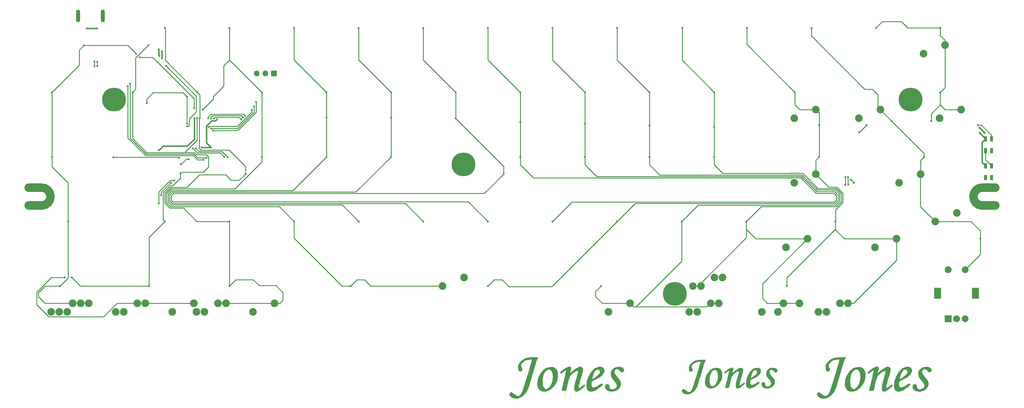
<source format=gtl>
G04 #@! TF.GenerationSoftware,KiCad,Pcbnew,(5.1.6-0-10_14)*
G04 #@! TF.CreationDate,2020-06-28T15:00:23+09:00*
G04 #@! TF.ProjectId,Jones,4a6f6e65-732e-46b6-9963-61645f706362,rev?*
G04 #@! TF.SameCoordinates,Original*
G04 #@! TF.FileFunction,Copper,L1,Top*
G04 #@! TF.FilePolarity,Positive*
%FSLAX46Y46*%
G04 Gerber Fmt 4.6, Leading zero omitted, Abs format (unit mm)*
G04 Created by KiCad (PCBNEW (5.1.6-0-10_14)) date 2020-06-28 15:00:23*
%MOMM*%
%LPD*%
G01*
G04 APERTURE LIST*
G04 #@! TA.AperFunction,EtchedComponent*
%ADD10C,0.010000*%
G04 #@! TD*
G04 #@! TA.AperFunction,EtchedComponent*
%ADD11C,2.501900*%
G04 #@! TD*
G04 #@! TA.AperFunction,EtchedComponent*
%ADD12C,0.000100*%
G04 #@! TD*
G04 #@! TA.AperFunction,ComponentPad*
%ADD13C,7.001300*%
G04 #@! TD*
G04 #@! TA.AperFunction,ComponentPad*
%ADD14C,7.000240*%
G04 #@! TD*
G04 #@! TA.AperFunction,ComponentPad*
%ADD15C,1.000000*%
G04 #@! TD*
G04 #@! TA.AperFunction,SMDPad,CuDef*
%ADD16R,0.850000X1.600000*%
G04 #@! TD*
G04 #@! TA.AperFunction,ComponentPad*
%ADD17C,2.000000*%
G04 #@! TD*
G04 #@! TA.AperFunction,ComponentPad*
%ADD18R,2.000000X3.200000*%
G04 #@! TD*
G04 #@! TA.AperFunction,ComponentPad*
%ADD19R,2.000000X2.000000*%
G04 #@! TD*
G04 #@! TA.AperFunction,ComponentPad*
%ADD20C,2.250000*%
G04 #@! TD*
G04 #@! TA.AperFunction,ComponentPad*
%ADD21C,2.200000*%
G04 #@! TD*
G04 #@! TA.AperFunction,ComponentPad*
%ADD22O,1.100000X2.200000*%
G04 #@! TD*
G04 #@! TA.AperFunction,ComponentPad*
%ADD23O,1.700000X1.700000*%
G04 #@! TD*
G04 #@! TA.AperFunction,ComponentPad*
%ADD24R,1.700000X1.700000*%
G04 #@! TD*
G04 #@! TA.AperFunction,ViaPad*
%ADD25C,0.600000*%
G04 #@! TD*
G04 #@! TA.AperFunction,Conductor*
%ADD26C,0.254000*%
G04 #@! TD*
G04 #@! TA.AperFunction,Conductor*
%ADD27C,0.381000*%
G04 #@! TD*
G04 APERTURE END LIST*
D10*
G36*
X197108614Y-129318939D02*
G01*
X197495964Y-129444071D01*
X197804848Y-129642914D01*
X198021627Y-129910340D01*
X198079175Y-130034521D01*
X198114482Y-130284819D01*
X198042043Y-130514516D01*
X197881033Y-130698454D01*
X197650625Y-130811474D01*
X197469122Y-130835000D01*
X197342186Y-130804652D01*
X197189757Y-130703528D01*
X196990130Y-130516510D01*
X196944935Y-130469874D01*
X196755221Y-130279240D01*
X196577289Y-130112829D01*
X196445898Y-130002970D01*
X196433341Y-129994043D01*
X196191228Y-129895046D01*
X195941233Y-129904644D01*
X195704728Y-130007850D01*
X195503087Y-130189674D01*
X195357680Y-130435127D01*
X195289879Y-130729220D01*
X195287500Y-130797663D01*
X195310893Y-131001163D01*
X195387382Y-131220001D01*
X195526428Y-131470387D01*
X195737494Y-131768530D01*
X196030042Y-132130639D01*
X196143339Y-132263750D01*
X196380235Y-132551262D01*
X196603695Y-132843723D01*
X196791158Y-133110199D01*
X196920068Y-133319753D01*
X196936473Y-133351374D01*
X197116576Y-133838921D01*
X197177093Y-134316478D01*
X197125434Y-134773506D01*
X196969013Y-135199466D01*
X196715240Y-135583819D01*
X196371528Y-135916026D01*
X195945289Y-136185548D01*
X195443935Y-136381845D01*
X194874878Y-136494379D01*
X194716000Y-136508669D01*
X194466012Y-136521028D01*
X194252900Y-136523108D01*
X194119517Y-136514582D01*
X194112750Y-136513253D01*
X193977977Y-136484671D01*
X193776227Y-136443076D01*
X193657064Y-136418870D01*
X193263044Y-136283294D01*
X192943705Y-136059095D01*
X192712170Y-135761371D01*
X192581561Y-135405219D01*
X192557000Y-135153295D01*
X192594626Y-134838375D01*
X192712033Y-134615978D01*
X192916014Y-134474696D01*
X192973954Y-134453112D01*
X193243242Y-134415186D01*
X193484778Y-134496344D01*
X193620625Y-134599867D01*
X193710148Y-134711340D01*
X193753181Y-134861174D01*
X193763500Y-135071972D01*
X193794354Y-135403530D01*
X193894651Y-135642588D01*
X194075992Y-135809712D01*
X194219602Y-135880483D01*
X194569088Y-135957558D01*
X194931976Y-135930196D01*
X195281575Y-135811295D01*
X195591191Y-135613759D01*
X195834134Y-135350488D01*
X195983710Y-135034383D01*
X195985775Y-135026833D01*
X196022030Y-134841867D01*
X196020937Y-134664536D01*
X195974510Y-134478875D01*
X195874764Y-134268915D01*
X195713716Y-134018689D01*
X195483378Y-133712228D01*
X195175767Y-133333565D01*
X195083986Y-133223514D01*
X194796710Y-132862535D01*
X194586402Y-132551266D01*
X194433710Y-132256638D01*
X194319285Y-131945585D01*
X194301610Y-131886509D01*
X194218211Y-131391386D01*
X194258825Y-130917332D01*
X194421108Y-130472700D01*
X194702710Y-130065843D01*
X194858060Y-129906307D01*
X195179089Y-129649043D01*
X195522008Y-129470281D01*
X195927664Y-129351224D01*
X196153066Y-129310320D01*
X196656436Y-129272647D01*
X197108614Y-129318939D01*
G37*
X197108614Y-129318939D02*
X197495964Y-129444071D01*
X197804848Y-129642914D01*
X198021627Y-129910340D01*
X198079175Y-130034521D01*
X198114482Y-130284819D01*
X198042043Y-130514516D01*
X197881033Y-130698454D01*
X197650625Y-130811474D01*
X197469122Y-130835000D01*
X197342186Y-130804652D01*
X197189757Y-130703528D01*
X196990130Y-130516510D01*
X196944935Y-130469874D01*
X196755221Y-130279240D01*
X196577289Y-130112829D01*
X196445898Y-130002970D01*
X196433341Y-129994043D01*
X196191228Y-129895046D01*
X195941233Y-129904644D01*
X195704728Y-130007850D01*
X195503087Y-130189674D01*
X195357680Y-130435127D01*
X195289879Y-130729220D01*
X195287500Y-130797663D01*
X195310893Y-131001163D01*
X195387382Y-131220001D01*
X195526428Y-131470387D01*
X195737494Y-131768530D01*
X196030042Y-132130639D01*
X196143339Y-132263750D01*
X196380235Y-132551262D01*
X196603695Y-132843723D01*
X196791158Y-133110199D01*
X196920068Y-133319753D01*
X196936473Y-133351374D01*
X197116576Y-133838921D01*
X197177093Y-134316478D01*
X197125434Y-134773506D01*
X196969013Y-135199466D01*
X196715240Y-135583819D01*
X196371528Y-135916026D01*
X195945289Y-136185548D01*
X195443935Y-136381845D01*
X194874878Y-136494379D01*
X194716000Y-136508669D01*
X194466012Y-136521028D01*
X194252900Y-136523108D01*
X194119517Y-136514582D01*
X194112750Y-136513253D01*
X193977977Y-136484671D01*
X193776227Y-136443076D01*
X193657064Y-136418870D01*
X193263044Y-136283294D01*
X192943705Y-136059095D01*
X192712170Y-135761371D01*
X192581561Y-135405219D01*
X192557000Y-135153295D01*
X192594626Y-134838375D01*
X192712033Y-134615978D01*
X192916014Y-134474696D01*
X192973954Y-134453112D01*
X193243242Y-134415186D01*
X193484778Y-134496344D01*
X193620625Y-134599867D01*
X193710148Y-134711340D01*
X193753181Y-134861174D01*
X193763500Y-135071972D01*
X193794354Y-135403530D01*
X193894651Y-135642588D01*
X194075992Y-135809712D01*
X194219602Y-135880483D01*
X194569088Y-135957558D01*
X194931976Y-135930196D01*
X195281575Y-135811295D01*
X195591191Y-135613759D01*
X195834134Y-135350488D01*
X195983710Y-135034383D01*
X195985775Y-135026833D01*
X196022030Y-134841867D01*
X196020937Y-134664536D01*
X195974510Y-134478875D01*
X195874764Y-134268915D01*
X195713716Y-134018689D01*
X195483378Y-133712228D01*
X195175767Y-133333565D01*
X195083986Y-133223514D01*
X194796710Y-132862535D01*
X194586402Y-132551266D01*
X194433710Y-132256638D01*
X194319285Y-131945585D01*
X194301610Y-131886509D01*
X194218211Y-131391386D01*
X194258825Y-130917332D01*
X194421108Y-130472700D01*
X194702710Y-130065843D01*
X194858060Y-129906307D01*
X195179089Y-129649043D01*
X195522008Y-129470281D01*
X195927664Y-129351224D01*
X196153066Y-129310320D01*
X196656436Y-129272647D01*
X197108614Y-129318939D01*
G36*
X191443699Y-129304990D02*
G01*
X191784452Y-129435131D01*
X192038579Y-129643787D01*
X192205445Y-129916018D01*
X192284417Y-130236880D01*
X192274861Y-130591435D01*
X192176144Y-130964739D01*
X191987633Y-131341852D01*
X191708693Y-131707833D01*
X191552284Y-131866049D01*
X191313376Y-132074462D01*
X191050593Y-132270720D01*
X190743874Y-132467037D01*
X190373160Y-132675623D01*
X189918388Y-132908689D01*
X189527298Y-133098674D01*
X189157301Y-133275521D01*
X188885658Y-133413628D01*
X188697785Y-133532336D01*
X188579096Y-133650989D01*
X188515008Y-133788929D01*
X188490935Y-133965499D01*
X188492292Y-134200041D01*
X188502483Y-134457791D01*
X188515211Y-134733540D01*
X188534217Y-134914826D01*
X188569268Y-135034137D01*
X188630130Y-135123959D01*
X188726567Y-135216783D01*
X188732126Y-135221753D01*
X188945779Y-135363158D01*
X189126782Y-135407000D01*
X189429887Y-135359785D01*
X189804484Y-135221856D01*
X190239252Y-134998789D01*
X190722873Y-134696158D01*
X191072446Y-134448813D01*
X191255332Y-134321298D01*
X191403449Y-134231706D01*
X191480484Y-134200500D01*
X191571553Y-134247776D01*
X191682033Y-134357437D01*
X191768981Y-134481233D01*
X191792887Y-134551498D01*
X191745983Y-134629490D01*
X191614447Y-134766710D01*
X191416238Y-134947525D01*
X191169314Y-135156302D01*
X190891634Y-135377408D01*
X190601155Y-135595208D01*
X190559151Y-135625507D01*
X189996323Y-135992584D01*
X189470714Y-136256302D01*
X188961955Y-136426489D01*
X188842250Y-136454056D01*
X188554138Y-136510302D01*
X188345990Y-136535825D01*
X188174999Y-136532402D01*
X187998356Y-136501809D01*
X187951921Y-136490995D01*
X187632704Y-136355703D01*
X187385686Y-136119621D01*
X187210458Y-135781700D01*
X187106613Y-135340894D01*
X187073742Y-134796153D01*
X187097338Y-134295750D01*
X187165051Y-133748614D01*
X187277809Y-133232458D01*
X187394466Y-132872230D01*
X188683500Y-132872230D01*
X188733219Y-132886044D01*
X188874153Y-132832746D01*
X189093962Y-132718751D01*
X189380310Y-132550473D01*
X189720859Y-132334326D01*
X189731250Y-132327520D01*
X190199031Y-131988540D01*
X190569495Y-131651171D01*
X190835894Y-131323414D01*
X190991477Y-131013276D01*
X191031605Y-130785335D01*
X190983540Y-130525006D01*
X190853154Y-130284652D01*
X190668487Y-130114051D01*
X190646692Y-130102005D01*
X190395698Y-130039507D01*
X190124222Y-130088010D01*
X189851097Y-130237755D01*
X189595155Y-130478979D01*
X189407866Y-130744060D01*
X189278890Y-130995048D01*
X189141136Y-131314316D01*
X189004971Y-131671408D01*
X188880761Y-132035871D01*
X188778870Y-132377250D01*
X188709665Y-132665090D01*
X188683512Y-132868937D01*
X188683500Y-132872230D01*
X187394466Y-132872230D01*
X187446237Y-132712368D01*
X187680958Y-132153433D01*
X187866491Y-131767961D01*
X188207809Y-131165564D01*
X188594284Y-130624075D01*
X189011041Y-130160234D01*
X189443203Y-129790780D01*
X189836675Y-129551028D01*
X190261675Y-129388670D01*
X190713263Y-129292438D01*
X191147704Y-129269027D01*
X191443699Y-129304990D01*
G37*
X191443699Y-129304990D02*
X191784452Y-129435131D01*
X192038579Y-129643787D01*
X192205445Y-129916018D01*
X192284417Y-130236880D01*
X192274861Y-130591435D01*
X192176144Y-130964739D01*
X191987633Y-131341852D01*
X191708693Y-131707833D01*
X191552284Y-131866049D01*
X191313376Y-132074462D01*
X191050593Y-132270720D01*
X190743874Y-132467037D01*
X190373160Y-132675623D01*
X189918388Y-132908689D01*
X189527298Y-133098674D01*
X189157301Y-133275521D01*
X188885658Y-133413628D01*
X188697785Y-133532336D01*
X188579096Y-133650989D01*
X188515008Y-133788929D01*
X188490935Y-133965499D01*
X188492292Y-134200041D01*
X188502483Y-134457791D01*
X188515211Y-134733540D01*
X188534217Y-134914826D01*
X188569268Y-135034137D01*
X188630130Y-135123959D01*
X188726567Y-135216783D01*
X188732126Y-135221753D01*
X188945779Y-135363158D01*
X189126782Y-135407000D01*
X189429887Y-135359785D01*
X189804484Y-135221856D01*
X190239252Y-134998789D01*
X190722873Y-134696158D01*
X191072446Y-134448813D01*
X191255332Y-134321298D01*
X191403449Y-134231706D01*
X191480484Y-134200500D01*
X191571553Y-134247776D01*
X191682033Y-134357437D01*
X191768981Y-134481233D01*
X191792887Y-134551498D01*
X191745983Y-134629490D01*
X191614447Y-134766710D01*
X191416238Y-134947525D01*
X191169314Y-135156302D01*
X190891634Y-135377408D01*
X190601155Y-135595208D01*
X190559151Y-135625507D01*
X189996323Y-135992584D01*
X189470714Y-136256302D01*
X188961955Y-136426489D01*
X188842250Y-136454056D01*
X188554138Y-136510302D01*
X188345990Y-136535825D01*
X188174999Y-136532402D01*
X187998356Y-136501809D01*
X187951921Y-136490995D01*
X187632704Y-136355703D01*
X187385686Y-136119621D01*
X187210458Y-135781700D01*
X187106613Y-135340894D01*
X187073742Y-134796153D01*
X187097338Y-134295750D01*
X187165051Y-133748614D01*
X187277809Y-133232458D01*
X187394466Y-132872230D01*
X188683500Y-132872230D01*
X188733219Y-132886044D01*
X188874153Y-132832746D01*
X189093962Y-132718751D01*
X189380310Y-132550473D01*
X189720859Y-132334326D01*
X189731250Y-132327520D01*
X190199031Y-131988540D01*
X190569495Y-131651171D01*
X190835894Y-131323414D01*
X190991477Y-131013276D01*
X191031605Y-130785335D01*
X190983540Y-130525006D01*
X190853154Y-130284652D01*
X190668487Y-130114051D01*
X190646692Y-130102005D01*
X190395698Y-130039507D01*
X190124222Y-130088010D01*
X189851097Y-130237755D01*
X189595155Y-130478979D01*
X189407866Y-130744060D01*
X189278890Y-130995048D01*
X189141136Y-131314316D01*
X189004971Y-131671408D01*
X188880761Y-132035871D01*
X188778870Y-132377250D01*
X188709665Y-132665090D01*
X188683512Y-132868937D01*
X188683500Y-132872230D01*
X187394466Y-132872230D01*
X187446237Y-132712368D01*
X187680958Y-132153433D01*
X187866491Y-131767961D01*
X188207809Y-131165564D01*
X188594284Y-130624075D01*
X189011041Y-130160234D01*
X189443203Y-129790780D01*
X189836675Y-129551028D01*
X190261675Y-129388670D01*
X190713263Y-129292438D01*
X191147704Y-129269027D01*
X191443699Y-129304990D01*
G36*
X182367664Y-129319730D02*
G01*
X182420158Y-129364608D01*
X182468097Y-129423724D01*
X182495186Y-129488476D01*
X182500077Y-129582541D01*
X182481423Y-129729595D01*
X182437877Y-129953315D01*
X182368273Y-130276547D01*
X182300156Y-130585771D01*
X182238965Y-130857975D01*
X182191208Y-131064576D01*
X182163392Y-131176991D01*
X182162668Y-131179537D01*
X182188434Y-131196259D01*
X182292657Y-131131683D01*
X182463663Y-130993981D01*
X182601892Y-130872038D01*
X183066505Y-130474090D01*
X183536216Y-130114000D01*
X183993395Y-129802896D01*
X184420415Y-129551903D01*
X184799648Y-129372149D01*
X185113465Y-129274761D01*
X185139876Y-129270093D01*
X185431189Y-129277669D01*
X185688900Y-129385830D01*
X185880511Y-129577998D01*
X185930934Y-129673632D01*
X185975463Y-129806251D01*
X185999415Y-129954721D01*
X186000360Y-130132734D01*
X185975867Y-130353983D01*
X185923505Y-130632161D01*
X185840843Y-130980960D01*
X185725452Y-131414073D01*
X185574900Y-131945193D01*
X185454233Y-132359000D01*
X185267914Y-132996662D01*
X185115993Y-133525611D01*
X184995420Y-133958487D01*
X184903147Y-134307930D01*
X184836123Y-134586582D01*
X184791300Y-134807081D01*
X184765629Y-134982070D01*
X184756059Y-135124187D01*
X184759117Y-135240438D01*
X184790317Y-135417871D01*
X184859132Y-135509053D01*
X184976639Y-135512569D01*
X185153914Y-135427004D01*
X185402032Y-135250941D01*
X185541432Y-135140448D01*
X185837798Y-134899939D01*
X186050687Y-134728712D01*
X186196411Y-134617488D01*
X186291279Y-134556990D01*
X186351602Y-134537939D01*
X186393690Y-134551056D01*
X186433855Y-134587064D01*
X186463782Y-134615768D01*
X186557601Y-134725394D01*
X186588000Y-134799551D01*
X186545135Y-134873466D01*
X186430705Y-135009561D01*
X186265954Y-135183321D01*
X186191125Y-135257489D01*
X185674786Y-135726723D01*
X185198188Y-136090921D01*
X184764838Y-136348272D01*
X184378241Y-136496965D01*
X184041904Y-136535189D01*
X183813199Y-136485751D01*
X183638190Y-136347579D01*
X183521359Y-136099619D01*
X183464132Y-135745696D01*
X183458288Y-135534000D01*
X183483764Y-135184923D01*
X183556560Y-134737977D01*
X183677647Y-134188880D01*
X183847992Y-133533354D01*
X184068567Y-132767119D01*
X184134819Y-132547406D01*
X184295557Y-132001898D01*
X184425356Y-131526071D01*
X184521754Y-131130594D01*
X184582287Y-130826136D01*
X184604493Y-130623367D01*
X184596271Y-130548557D01*
X184503794Y-130464597D01*
X184333440Y-130456556D01*
X184102202Y-130515918D01*
X183827072Y-130634172D01*
X183525044Y-130802802D01*
X183213109Y-131013297D01*
X182908261Y-131257141D01*
X182627492Y-131525823D01*
X182611325Y-131543037D01*
X182443658Y-131729728D01*
X182300008Y-131910354D01*
X182174745Y-132099619D01*
X182062239Y-132312228D01*
X181956860Y-132562887D01*
X181852977Y-132866300D01*
X181744962Y-133237173D01*
X181627182Y-133690209D01*
X181494009Y-134240115D01*
X181361668Y-134806948D01*
X181024789Y-136264250D01*
X180377394Y-136282346D01*
X180108140Y-136285188D01*
X179893662Y-136278537D01*
X179760545Y-136263760D01*
X179730000Y-136249044D01*
X179745055Y-136172892D01*
X179786639Y-135995851D01*
X179849380Y-135739960D01*
X179927906Y-135427259D01*
X179982054Y-135214948D01*
X180097143Y-134759685D01*
X180219696Y-134263297D01*
X180346089Y-133741539D01*
X180472699Y-133210171D01*
X180595903Y-132684949D01*
X180712076Y-132181632D01*
X180817595Y-131715976D01*
X180908837Y-131303740D01*
X180982178Y-130960681D01*
X181033996Y-130702557D01*
X181060665Y-130545125D01*
X181063500Y-130512014D01*
X181046349Y-130371293D01*
X181010161Y-130301530D01*
X180904836Y-130308423D01*
X180718039Y-130404328D01*
X180455321Y-130585757D01*
X180122234Y-130849223D01*
X180072918Y-130890268D01*
X179589423Y-131294787D01*
X179271841Y-130977205D01*
X179548545Y-130723499D01*
X179936470Y-130375323D01*
X180260659Y-130103174D01*
X180543849Y-129890066D01*
X180808778Y-129719013D01*
X181078183Y-129573030D01*
X181108889Y-129557860D01*
X181527415Y-129378114D01*
X181883128Y-129277566D01*
X182166416Y-129257633D01*
X182367664Y-129319730D01*
G37*
X182367664Y-129319730D02*
X182420158Y-129364608D01*
X182468097Y-129423724D01*
X182495186Y-129488476D01*
X182500077Y-129582541D01*
X182481423Y-129729595D01*
X182437877Y-129953315D01*
X182368273Y-130276547D01*
X182300156Y-130585771D01*
X182238965Y-130857975D01*
X182191208Y-131064576D01*
X182163392Y-131176991D01*
X182162668Y-131179537D01*
X182188434Y-131196259D01*
X182292657Y-131131683D01*
X182463663Y-130993981D01*
X182601892Y-130872038D01*
X183066505Y-130474090D01*
X183536216Y-130114000D01*
X183993395Y-129802896D01*
X184420415Y-129551903D01*
X184799648Y-129372149D01*
X185113465Y-129274761D01*
X185139876Y-129270093D01*
X185431189Y-129277669D01*
X185688900Y-129385830D01*
X185880511Y-129577998D01*
X185930934Y-129673632D01*
X185975463Y-129806251D01*
X185999415Y-129954721D01*
X186000360Y-130132734D01*
X185975867Y-130353983D01*
X185923505Y-130632161D01*
X185840843Y-130980960D01*
X185725452Y-131414073D01*
X185574900Y-131945193D01*
X185454233Y-132359000D01*
X185267914Y-132996662D01*
X185115993Y-133525611D01*
X184995420Y-133958487D01*
X184903147Y-134307930D01*
X184836123Y-134586582D01*
X184791300Y-134807081D01*
X184765629Y-134982070D01*
X184756059Y-135124187D01*
X184759117Y-135240438D01*
X184790317Y-135417871D01*
X184859132Y-135509053D01*
X184976639Y-135512569D01*
X185153914Y-135427004D01*
X185402032Y-135250941D01*
X185541432Y-135140448D01*
X185837798Y-134899939D01*
X186050687Y-134728712D01*
X186196411Y-134617488D01*
X186291279Y-134556990D01*
X186351602Y-134537939D01*
X186393690Y-134551056D01*
X186433855Y-134587064D01*
X186463782Y-134615768D01*
X186557601Y-134725394D01*
X186588000Y-134799551D01*
X186545135Y-134873466D01*
X186430705Y-135009561D01*
X186265954Y-135183321D01*
X186191125Y-135257489D01*
X185674786Y-135726723D01*
X185198188Y-136090921D01*
X184764838Y-136348272D01*
X184378241Y-136496965D01*
X184041904Y-136535189D01*
X183813199Y-136485751D01*
X183638190Y-136347579D01*
X183521359Y-136099619D01*
X183464132Y-135745696D01*
X183458288Y-135534000D01*
X183483764Y-135184923D01*
X183556560Y-134737977D01*
X183677647Y-134188880D01*
X183847992Y-133533354D01*
X184068567Y-132767119D01*
X184134819Y-132547406D01*
X184295557Y-132001898D01*
X184425356Y-131526071D01*
X184521754Y-131130594D01*
X184582287Y-130826136D01*
X184604493Y-130623367D01*
X184596271Y-130548557D01*
X184503794Y-130464597D01*
X184333440Y-130456556D01*
X184102202Y-130515918D01*
X183827072Y-130634172D01*
X183525044Y-130802802D01*
X183213109Y-131013297D01*
X182908261Y-131257141D01*
X182627492Y-131525823D01*
X182611325Y-131543037D01*
X182443658Y-131729728D01*
X182300008Y-131910354D01*
X182174745Y-132099619D01*
X182062239Y-132312228D01*
X181956860Y-132562887D01*
X181852977Y-132866300D01*
X181744962Y-133237173D01*
X181627182Y-133690209D01*
X181494009Y-134240115D01*
X181361668Y-134806948D01*
X181024789Y-136264250D01*
X180377394Y-136282346D01*
X180108140Y-136285188D01*
X179893662Y-136278537D01*
X179760545Y-136263760D01*
X179730000Y-136249044D01*
X179745055Y-136172892D01*
X179786639Y-135995851D01*
X179849380Y-135739960D01*
X179927906Y-135427259D01*
X179982054Y-135214948D01*
X180097143Y-134759685D01*
X180219696Y-134263297D01*
X180346089Y-133741539D01*
X180472699Y-133210171D01*
X180595903Y-132684949D01*
X180712076Y-132181632D01*
X180817595Y-131715976D01*
X180908837Y-131303740D01*
X180982178Y-130960681D01*
X181033996Y-130702557D01*
X181060665Y-130545125D01*
X181063500Y-130512014D01*
X181046349Y-130371293D01*
X181010161Y-130301530D01*
X180904836Y-130308423D01*
X180718039Y-130404328D01*
X180455321Y-130585757D01*
X180122234Y-130849223D01*
X180072918Y-130890268D01*
X179589423Y-131294787D01*
X179271841Y-130977205D01*
X179548545Y-130723499D01*
X179936470Y-130375323D01*
X180260659Y-130103174D01*
X180543849Y-129890066D01*
X180808778Y-129719013D01*
X181078183Y-129573030D01*
X181108889Y-129557860D01*
X181527415Y-129378114D01*
X181883128Y-129277566D01*
X182166416Y-129257633D01*
X182367664Y-129319730D01*
G36*
X177118667Y-129344887D02*
G01*
X177550406Y-129496973D01*
X177915003Y-129756738D01*
X178213746Y-130125003D01*
X178370029Y-130415939D01*
X178496546Y-130798502D01*
X178574067Y-131265374D01*
X178601904Y-131783411D01*
X178579373Y-132319469D01*
X178505784Y-132840404D01*
X178427024Y-133166364D01*
X178203776Y-133754055D01*
X177886038Y-134333955D01*
X177491823Y-134885610D01*
X177039146Y-135388565D01*
X176546021Y-135822364D01*
X176030463Y-136166554D01*
X175609758Y-136365246D01*
X175236937Y-136468893D01*
X174817290Y-136524666D01*
X174396351Y-136530693D01*
X174019656Y-136485103D01*
X173848553Y-136437609D01*
X173425882Y-136225902D01*
X173086396Y-135921485D01*
X172825524Y-135519573D01*
X172710781Y-135246513D01*
X172643717Y-134958729D01*
X172607359Y-134582983D01*
X172601209Y-134154420D01*
X172624769Y-133708186D01*
X172638423Y-133597250D01*
X174053993Y-133597250D01*
X174071271Y-134191204D01*
X174137451Y-134679066D01*
X174256902Y-135073677D01*
X174433995Y-135387882D01*
X174673102Y-135634524D01*
X174772026Y-135707113D01*
X174982674Y-135815661D01*
X175193493Y-135841202D01*
X175440340Y-135783443D01*
X175639413Y-135700013D01*
X175979166Y-135475655D01*
X176290973Y-135137590D01*
X176568143Y-134697321D01*
X176803984Y-134166350D01*
X176991803Y-133556180D01*
X177058485Y-133260749D01*
X177097370Y-132968107D01*
X177118441Y-132592850D01*
X177122012Y-132178061D01*
X177108401Y-131766822D01*
X177077921Y-131402219D01*
X177043251Y-131180815D01*
X176916395Y-130762127D01*
X176733806Y-130421801D01*
X176506711Y-130170608D01*
X176246339Y-130019321D01*
X175963918Y-129978711D01*
X175816293Y-130003731D01*
X175437247Y-130173628D01*
X175084081Y-130465324D01*
X174759790Y-130875696D01*
X174467364Y-131401623D01*
X174458455Y-131420561D01*
X174279965Y-131873805D01*
X174156514Y-132364114D01*
X174082996Y-132918957D01*
X174054309Y-133565807D01*
X174053993Y-133597250D01*
X172638423Y-133597250D01*
X172677543Y-133279427D01*
X172743112Y-132962250D01*
X172983122Y-132244951D01*
X173321027Y-131550349D01*
X173739070Y-130908960D01*
X174219494Y-130351299D01*
X174317864Y-130255915D01*
X174807866Y-129853555D01*
X175306244Y-129567682D01*
X175836202Y-129388652D01*
X176420943Y-129306821D01*
X176618500Y-129299659D01*
X177118667Y-129344887D01*
G37*
X177118667Y-129344887D02*
X177550406Y-129496973D01*
X177915003Y-129756738D01*
X178213746Y-130125003D01*
X178370029Y-130415939D01*
X178496546Y-130798502D01*
X178574067Y-131265374D01*
X178601904Y-131783411D01*
X178579373Y-132319469D01*
X178505784Y-132840404D01*
X178427024Y-133166364D01*
X178203776Y-133754055D01*
X177886038Y-134333955D01*
X177491823Y-134885610D01*
X177039146Y-135388565D01*
X176546021Y-135822364D01*
X176030463Y-136166554D01*
X175609758Y-136365246D01*
X175236937Y-136468893D01*
X174817290Y-136524666D01*
X174396351Y-136530693D01*
X174019656Y-136485103D01*
X173848553Y-136437609D01*
X173425882Y-136225902D01*
X173086396Y-135921485D01*
X172825524Y-135519573D01*
X172710781Y-135246513D01*
X172643717Y-134958729D01*
X172607359Y-134582983D01*
X172601209Y-134154420D01*
X172624769Y-133708186D01*
X172638423Y-133597250D01*
X174053993Y-133597250D01*
X174071271Y-134191204D01*
X174137451Y-134679066D01*
X174256902Y-135073677D01*
X174433995Y-135387882D01*
X174673102Y-135634524D01*
X174772026Y-135707113D01*
X174982674Y-135815661D01*
X175193493Y-135841202D01*
X175440340Y-135783443D01*
X175639413Y-135700013D01*
X175979166Y-135475655D01*
X176290973Y-135137590D01*
X176568143Y-134697321D01*
X176803984Y-134166350D01*
X176991803Y-133556180D01*
X177058485Y-133260749D01*
X177097370Y-132968107D01*
X177118441Y-132592850D01*
X177122012Y-132178061D01*
X177108401Y-131766822D01*
X177077921Y-131402219D01*
X177043251Y-131180815D01*
X176916395Y-130762127D01*
X176733806Y-130421801D01*
X176506711Y-130170608D01*
X176246339Y-130019321D01*
X175963918Y-129978711D01*
X175816293Y-130003731D01*
X175437247Y-130173628D01*
X175084081Y-130465324D01*
X174759790Y-130875696D01*
X174467364Y-131401623D01*
X174458455Y-131420561D01*
X174279965Y-131873805D01*
X174156514Y-132364114D01*
X174082996Y-132918957D01*
X174054309Y-133565807D01*
X174053993Y-133597250D01*
X172638423Y-133597250D01*
X172677543Y-133279427D01*
X172743112Y-132962250D01*
X172983122Y-132244951D01*
X173321027Y-131550349D01*
X173739070Y-130908960D01*
X174219494Y-130351299D01*
X174317864Y-130255915D01*
X174807866Y-129853555D01*
X175306244Y-129567682D01*
X175836202Y-129388652D01*
X176420943Y-129306821D01*
X176618500Y-129299659D01*
X177118667Y-129344887D01*
G36*
X172391769Y-126450978D02*
G01*
X172603905Y-126455353D01*
X172725268Y-126464525D01*
X172745000Y-126472030D01*
X172722505Y-126534663D01*
X172661625Y-126689785D01*
X172572269Y-126912427D01*
X172487929Y-127119948D01*
X172340008Y-127507209D01*
X172163363Y-128014467D01*
X171959074Y-128638262D01*
X171728221Y-129375140D01*
X171471885Y-130221641D01*
X171191145Y-131174309D01*
X170887081Y-132229687D01*
X170841202Y-132390750D01*
X170636301Y-133108112D01*
X170460565Y-133715813D01*
X170309801Y-134226732D01*
X170179814Y-134653747D01*
X170066410Y-135009737D01*
X169965394Y-135307583D01*
X169872572Y-135560161D01*
X169783750Y-135780352D01*
X169694734Y-135981035D01*
X169623135Y-136130952D01*
X169227711Y-136823734D01*
X168776743Y-137404168D01*
X168271244Y-137871315D01*
X167712224Y-138224238D01*
X167112506Y-138458644D01*
X166733508Y-138536724D01*
X166317305Y-138573172D01*
X165911097Y-138566993D01*
X165562085Y-138517193D01*
X165474250Y-138493174D01*
X165067937Y-138322667D01*
X164742196Y-138099319D01*
X164512185Y-137836466D01*
X164393065Y-137547445D01*
X164391828Y-137541008D01*
X164394467Y-137286972D01*
X164485882Y-137065131D01*
X164644001Y-136900628D01*
X164846754Y-136818607D01*
X165018371Y-136827219D01*
X165141153Y-136888372D01*
X165323097Y-137015041D01*
X165532307Y-137184212D01*
X165617220Y-137259299D01*
X166022400Y-137586729D01*
X166390672Y-137795833D01*
X166728738Y-137887562D01*
X167043296Y-137862869D01*
X167341046Y-137722704D01*
X167563804Y-137535961D01*
X167692055Y-137394297D01*
X167810056Y-137230200D01*
X167925360Y-137027332D01*
X168045519Y-136769357D01*
X168178088Y-136439938D01*
X168330618Y-136022738D01*
X168510662Y-135501421D01*
X168527832Y-135450733D01*
X168682047Y-134987426D01*
X168852036Y-134463460D01*
X169034420Y-133890265D01*
X169225818Y-133279271D01*
X169422851Y-132641908D01*
X169622139Y-131989608D01*
X169820301Y-131333798D01*
X170013957Y-130685911D01*
X170199727Y-130057376D01*
X170374231Y-129459623D01*
X170534090Y-128904082D01*
X170675922Y-128402183D01*
X170796348Y-127965357D01*
X170891987Y-127605034D01*
X170959461Y-127332644D01*
X170995387Y-127159617D01*
X170997831Y-127098165D01*
X170907287Y-127074463D01*
X170723718Y-127068350D01*
X170479553Y-127077646D01*
X170207219Y-127100172D01*
X169939143Y-127133746D01*
X169707755Y-127176190D01*
X169658352Y-127188214D01*
X169199136Y-127347254D01*
X168774486Y-127568995D01*
X168400716Y-127838454D01*
X168094141Y-128140651D01*
X167871075Y-128460604D01*
X167747832Y-128783330D01*
X167728500Y-128960420D01*
X167761211Y-129152224D01*
X167847332Y-129393900D01*
X167919000Y-129543388D01*
X168057514Y-129852170D01*
X168102211Y-130095484D01*
X168053849Y-130292625D01*
X167953636Y-130425136D01*
X167753227Y-130544892D01*
X167503856Y-130584074D01*
X167259840Y-130536007D01*
X167216982Y-130515617D01*
X167059078Y-130364560D01*
X166942954Y-130118627D01*
X166874506Y-129804765D01*
X166859630Y-129449924D01*
X166903677Y-129083686D01*
X167054341Y-128589967D01*
X167299771Y-128140120D01*
X167655693Y-127705338D01*
X167656503Y-127704488D01*
X168131898Y-127284781D01*
X168673845Y-126956961D01*
X169292693Y-126716383D01*
X169998796Y-126558403D01*
X170300250Y-126518155D01*
X170502774Y-126501122D01*
X170775781Y-126485843D01*
X171096232Y-126472753D01*
X171441093Y-126462287D01*
X171787327Y-126454880D01*
X172111898Y-126450965D01*
X172391769Y-126450978D01*
G37*
X172391769Y-126450978D02*
X172603905Y-126455353D01*
X172725268Y-126464525D01*
X172745000Y-126472030D01*
X172722505Y-126534663D01*
X172661625Y-126689785D01*
X172572269Y-126912427D01*
X172487929Y-127119948D01*
X172340008Y-127507209D01*
X172163363Y-128014467D01*
X171959074Y-128638262D01*
X171728221Y-129375140D01*
X171471885Y-130221641D01*
X171191145Y-131174309D01*
X170887081Y-132229687D01*
X170841202Y-132390750D01*
X170636301Y-133108112D01*
X170460565Y-133715813D01*
X170309801Y-134226732D01*
X170179814Y-134653747D01*
X170066410Y-135009737D01*
X169965394Y-135307583D01*
X169872572Y-135560161D01*
X169783750Y-135780352D01*
X169694734Y-135981035D01*
X169623135Y-136130952D01*
X169227711Y-136823734D01*
X168776743Y-137404168D01*
X168271244Y-137871315D01*
X167712224Y-138224238D01*
X167112506Y-138458644D01*
X166733508Y-138536724D01*
X166317305Y-138573172D01*
X165911097Y-138566993D01*
X165562085Y-138517193D01*
X165474250Y-138493174D01*
X165067937Y-138322667D01*
X164742196Y-138099319D01*
X164512185Y-137836466D01*
X164393065Y-137547445D01*
X164391828Y-137541008D01*
X164394467Y-137286972D01*
X164485882Y-137065131D01*
X164644001Y-136900628D01*
X164846754Y-136818607D01*
X165018371Y-136827219D01*
X165141153Y-136888372D01*
X165323097Y-137015041D01*
X165532307Y-137184212D01*
X165617220Y-137259299D01*
X166022400Y-137586729D01*
X166390672Y-137795833D01*
X166728738Y-137887562D01*
X167043296Y-137862869D01*
X167341046Y-137722704D01*
X167563804Y-137535961D01*
X167692055Y-137394297D01*
X167810056Y-137230200D01*
X167925360Y-137027332D01*
X168045519Y-136769357D01*
X168178088Y-136439938D01*
X168330618Y-136022738D01*
X168510662Y-135501421D01*
X168527832Y-135450733D01*
X168682047Y-134987426D01*
X168852036Y-134463460D01*
X169034420Y-133890265D01*
X169225818Y-133279271D01*
X169422851Y-132641908D01*
X169622139Y-131989608D01*
X169820301Y-131333798D01*
X170013957Y-130685911D01*
X170199727Y-130057376D01*
X170374231Y-129459623D01*
X170534090Y-128904082D01*
X170675922Y-128402183D01*
X170796348Y-127965357D01*
X170891987Y-127605034D01*
X170959461Y-127332644D01*
X170995387Y-127159617D01*
X170997831Y-127098165D01*
X170907287Y-127074463D01*
X170723718Y-127068350D01*
X170479553Y-127077646D01*
X170207219Y-127100172D01*
X169939143Y-127133746D01*
X169707755Y-127176190D01*
X169658352Y-127188214D01*
X169199136Y-127347254D01*
X168774486Y-127568995D01*
X168400716Y-127838454D01*
X168094141Y-128140651D01*
X167871075Y-128460604D01*
X167747832Y-128783330D01*
X167728500Y-128960420D01*
X167761211Y-129152224D01*
X167847332Y-129393900D01*
X167919000Y-129543388D01*
X168057514Y-129852170D01*
X168102211Y-130095484D01*
X168053849Y-130292625D01*
X167953636Y-130425136D01*
X167753227Y-130544892D01*
X167503856Y-130584074D01*
X167259840Y-130536007D01*
X167216982Y-130515617D01*
X167059078Y-130364560D01*
X166942954Y-130118627D01*
X166874506Y-129804765D01*
X166859630Y-129449924D01*
X166903677Y-129083686D01*
X167054341Y-128589967D01*
X167299771Y-128140120D01*
X167655693Y-127705338D01*
X167656503Y-127704488D01*
X168131898Y-127284781D01*
X168673845Y-126956961D01*
X169292693Y-126716383D01*
X169998796Y-126558403D01*
X170300250Y-126518155D01*
X170502774Y-126501122D01*
X170775781Y-126485843D01*
X171096232Y-126472753D01*
X171441093Y-126462287D01*
X171787327Y-126454880D01*
X172111898Y-126450965D01*
X172391769Y-126450978D01*
G36*
X263069769Y-126450978D02*
G01*
X263281905Y-126455353D01*
X263403268Y-126464525D01*
X263423000Y-126472030D01*
X263400505Y-126534663D01*
X263339625Y-126689785D01*
X263250269Y-126912427D01*
X263165929Y-127119948D01*
X263018008Y-127507209D01*
X262841363Y-128014467D01*
X262637074Y-128638262D01*
X262406221Y-129375140D01*
X262149885Y-130221641D01*
X261869145Y-131174309D01*
X261565081Y-132229687D01*
X261519202Y-132390750D01*
X261314301Y-133108112D01*
X261138565Y-133715813D01*
X260987801Y-134226732D01*
X260857814Y-134653747D01*
X260744410Y-135009737D01*
X260643394Y-135307583D01*
X260550572Y-135560161D01*
X260461750Y-135780352D01*
X260372734Y-135981035D01*
X260301135Y-136130952D01*
X259905711Y-136823734D01*
X259454743Y-137404168D01*
X258949244Y-137871315D01*
X258390224Y-138224238D01*
X257790506Y-138458644D01*
X257411508Y-138536724D01*
X256995305Y-138573172D01*
X256589097Y-138566993D01*
X256240085Y-138517193D01*
X256152250Y-138493174D01*
X255745937Y-138322667D01*
X255420196Y-138099319D01*
X255190185Y-137836466D01*
X255071065Y-137547445D01*
X255069828Y-137541008D01*
X255072467Y-137286972D01*
X255163882Y-137065131D01*
X255322001Y-136900628D01*
X255524754Y-136818607D01*
X255696371Y-136827219D01*
X255819153Y-136888372D01*
X256001097Y-137015041D01*
X256210307Y-137184212D01*
X256295220Y-137259299D01*
X256700400Y-137586729D01*
X257068672Y-137795833D01*
X257406738Y-137887562D01*
X257721296Y-137862869D01*
X258019046Y-137722704D01*
X258241804Y-137535961D01*
X258370055Y-137394297D01*
X258488056Y-137230200D01*
X258603360Y-137027332D01*
X258723519Y-136769357D01*
X258856088Y-136439938D01*
X259008618Y-136022738D01*
X259188662Y-135501421D01*
X259205832Y-135450733D01*
X259360047Y-134987426D01*
X259530036Y-134463460D01*
X259712420Y-133890265D01*
X259903818Y-133279271D01*
X260100851Y-132641908D01*
X260300139Y-131989608D01*
X260498301Y-131333798D01*
X260691957Y-130685911D01*
X260877727Y-130057376D01*
X261052231Y-129459623D01*
X261212090Y-128904082D01*
X261353922Y-128402183D01*
X261474348Y-127965357D01*
X261569987Y-127605034D01*
X261637461Y-127332644D01*
X261673387Y-127159617D01*
X261675831Y-127098165D01*
X261585287Y-127074463D01*
X261401718Y-127068350D01*
X261157553Y-127077646D01*
X260885219Y-127100172D01*
X260617143Y-127133746D01*
X260385755Y-127176190D01*
X260336352Y-127188214D01*
X259877136Y-127347254D01*
X259452486Y-127568995D01*
X259078716Y-127838454D01*
X258772141Y-128140651D01*
X258549075Y-128460604D01*
X258425832Y-128783330D01*
X258406500Y-128960420D01*
X258439211Y-129152224D01*
X258525332Y-129393900D01*
X258597000Y-129543388D01*
X258735514Y-129852170D01*
X258780211Y-130095484D01*
X258731849Y-130292625D01*
X258631636Y-130425136D01*
X258431227Y-130544892D01*
X258181856Y-130584074D01*
X257937840Y-130536007D01*
X257894982Y-130515617D01*
X257737078Y-130364560D01*
X257620954Y-130118627D01*
X257552506Y-129804765D01*
X257537630Y-129449924D01*
X257581677Y-129083686D01*
X257732341Y-128589967D01*
X257977771Y-128140120D01*
X258333693Y-127705338D01*
X258334503Y-127704488D01*
X258809898Y-127284781D01*
X259351845Y-126956961D01*
X259970693Y-126716383D01*
X260676796Y-126558403D01*
X260978250Y-126518155D01*
X261180774Y-126501122D01*
X261453781Y-126485843D01*
X261774232Y-126472753D01*
X262119093Y-126462287D01*
X262465327Y-126454880D01*
X262789898Y-126450965D01*
X263069769Y-126450978D01*
G37*
X263069769Y-126450978D02*
X263281905Y-126455353D01*
X263403268Y-126464525D01*
X263423000Y-126472030D01*
X263400505Y-126534663D01*
X263339625Y-126689785D01*
X263250269Y-126912427D01*
X263165929Y-127119948D01*
X263018008Y-127507209D01*
X262841363Y-128014467D01*
X262637074Y-128638262D01*
X262406221Y-129375140D01*
X262149885Y-130221641D01*
X261869145Y-131174309D01*
X261565081Y-132229687D01*
X261519202Y-132390750D01*
X261314301Y-133108112D01*
X261138565Y-133715813D01*
X260987801Y-134226732D01*
X260857814Y-134653747D01*
X260744410Y-135009737D01*
X260643394Y-135307583D01*
X260550572Y-135560161D01*
X260461750Y-135780352D01*
X260372734Y-135981035D01*
X260301135Y-136130952D01*
X259905711Y-136823734D01*
X259454743Y-137404168D01*
X258949244Y-137871315D01*
X258390224Y-138224238D01*
X257790506Y-138458644D01*
X257411508Y-138536724D01*
X256995305Y-138573172D01*
X256589097Y-138566993D01*
X256240085Y-138517193D01*
X256152250Y-138493174D01*
X255745937Y-138322667D01*
X255420196Y-138099319D01*
X255190185Y-137836466D01*
X255071065Y-137547445D01*
X255069828Y-137541008D01*
X255072467Y-137286972D01*
X255163882Y-137065131D01*
X255322001Y-136900628D01*
X255524754Y-136818607D01*
X255696371Y-136827219D01*
X255819153Y-136888372D01*
X256001097Y-137015041D01*
X256210307Y-137184212D01*
X256295220Y-137259299D01*
X256700400Y-137586729D01*
X257068672Y-137795833D01*
X257406738Y-137887562D01*
X257721296Y-137862869D01*
X258019046Y-137722704D01*
X258241804Y-137535961D01*
X258370055Y-137394297D01*
X258488056Y-137230200D01*
X258603360Y-137027332D01*
X258723519Y-136769357D01*
X258856088Y-136439938D01*
X259008618Y-136022738D01*
X259188662Y-135501421D01*
X259205832Y-135450733D01*
X259360047Y-134987426D01*
X259530036Y-134463460D01*
X259712420Y-133890265D01*
X259903818Y-133279271D01*
X260100851Y-132641908D01*
X260300139Y-131989608D01*
X260498301Y-131333798D01*
X260691957Y-130685911D01*
X260877727Y-130057376D01*
X261052231Y-129459623D01*
X261212090Y-128904082D01*
X261353922Y-128402183D01*
X261474348Y-127965357D01*
X261569987Y-127605034D01*
X261637461Y-127332644D01*
X261673387Y-127159617D01*
X261675831Y-127098165D01*
X261585287Y-127074463D01*
X261401718Y-127068350D01*
X261157553Y-127077646D01*
X260885219Y-127100172D01*
X260617143Y-127133746D01*
X260385755Y-127176190D01*
X260336352Y-127188214D01*
X259877136Y-127347254D01*
X259452486Y-127568995D01*
X259078716Y-127838454D01*
X258772141Y-128140651D01*
X258549075Y-128460604D01*
X258425832Y-128783330D01*
X258406500Y-128960420D01*
X258439211Y-129152224D01*
X258525332Y-129393900D01*
X258597000Y-129543388D01*
X258735514Y-129852170D01*
X258780211Y-130095484D01*
X258731849Y-130292625D01*
X258631636Y-130425136D01*
X258431227Y-130544892D01*
X258181856Y-130584074D01*
X257937840Y-130536007D01*
X257894982Y-130515617D01*
X257737078Y-130364560D01*
X257620954Y-130118627D01*
X257552506Y-129804765D01*
X257537630Y-129449924D01*
X257581677Y-129083686D01*
X257732341Y-128589967D01*
X257977771Y-128140120D01*
X258333693Y-127705338D01*
X258334503Y-127704488D01*
X258809898Y-127284781D01*
X259351845Y-126956961D01*
X259970693Y-126716383D01*
X260676796Y-126558403D01*
X260978250Y-126518155D01*
X261180774Y-126501122D01*
X261453781Y-126485843D01*
X261774232Y-126472753D01*
X262119093Y-126462287D01*
X262465327Y-126454880D01*
X262789898Y-126450965D01*
X263069769Y-126450978D01*
G36*
X267796667Y-129344887D02*
G01*
X268228406Y-129496973D01*
X268593003Y-129756738D01*
X268891746Y-130125003D01*
X269048029Y-130415939D01*
X269174546Y-130798502D01*
X269252067Y-131265374D01*
X269279904Y-131783411D01*
X269257373Y-132319469D01*
X269183784Y-132840404D01*
X269105024Y-133166364D01*
X268881776Y-133754055D01*
X268564038Y-134333955D01*
X268169823Y-134885610D01*
X267717146Y-135388565D01*
X267224021Y-135822364D01*
X266708463Y-136166554D01*
X266287758Y-136365246D01*
X265914937Y-136468893D01*
X265495290Y-136524666D01*
X265074351Y-136530693D01*
X264697656Y-136485103D01*
X264526553Y-136437609D01*
X264103882Y-136225902D01*
X263764396Y-135921485D01*
X263503524Y-135519573D01*
X263388781Y-135246513D01*
X263321717Y-134958729D01*
X263285359Y-134582983D01*
X263279209Y-134154420D01*
X263302769Y-133708186D01*
X263316423Y-133597250D01*
X264731993Y-133597250D01*
X264749271Y-134191204D01*
X264815451Y-134679066D01*
X264934902Y-135073677D01*
X265111995Y-135387882D01*
X265351102Y-135634524D01*
X265450026Y-135707113D01*
X265660674Y-135815661D01*
X265871493Y-135841202D01*
X266118340Y-135783443D01*
X266317413Y-135700013D01*
X266657166Y-135475655D01*
X266968973Y-135137590D01*
X267246143Y-134697321D01*
X267481984Y-134166350D01*
X267669803Y-133556180D01*
X267736485Y-133260749D01*
X267775370Y-132968107D01*
X267796441Y-132592850D01*
X267800012Y-132178061D01*
X267786401Y-131766822D01*
X267755921Y-131402219D01*
X267721251Y-131180815D01*
X267594395Y-130762127D01*
X267411806Y-130421801D01*
X267184711Y-130170608D01*
X266924339Y-130019321D01*
X266641918Y-129978711D01*
X266494293Y-130003731D01*
X266115247Y-130173628D01*
X265762081Y-130465324D01*
X265437790Y-130875696D01*
X265145364Y-131401623D01*
X265136455Y-131420561D01*
X264957965Y-131873805D01*
X264834514Y-132364114D01*
X264760996Y-132918957D01*
X264732309Y-133565807D01*
X264731993Y-133597250D01*
X263316423Y-133597250D01*
X263355543Y-133279427D01*
X263421112Y-132962250D01*
X263661122Y-132244951D01*
X263999027Y-131550349D01*
X264417070Y-130908960D01*
X264897494Y-130351299D01*
X264995864Y-130255915D01*
X265485866Y-129853555D01*
X265984244Y-129567682D01*
X266514202Y-129388652D01*
X267098943Y-129306821D01*
X267296500Y-129299659D01*
X267796667Y-129344887D01*
G37*
X267796667Y-129344887D02*
X268228406Y-129496973D01*
X268593003Y-129756738D01*
X268891746Y-130125003D01*
X269048029Y-130415939D01*
X269174546Y-130798502D01*
X269252067Y-131265374D01*
X269279904Y-131783411D01*
X269257373Y-132319469D01*
X269183784Y-132840404D01*
X269105024Y-133166364D01*
X268881776Y-133754055D01*
X268564038Y-134333955D01*
X268169823Y-134885610D01*
X267717146Y-135388565D01*
X267224021Y-135822364D01*
X266708463Y-136166554D01*
X266287758Y-136365246D01*
X265914937Y-136468893D01*
X265495290Y-136524666D01*
X265074351Y-136530693D01*
X264697656Y-136485103D01*
X264526553Y-136437609D01*
X264103882Y-136225902D01*
X263764396Y-135921485D01*
X263503524Y-135519573D01*
X263388781Y-135246513D01*
X263321717Y-134958729D01*
X263285359Y-134582983D01*
X263279209Y-134154420D01*
X263302769Y-133708186D01*
X263316423Y-133597250D01*
X264731993Y-133597250D01*
X264749271Y-134191204D01*
X264815451Y-134679066D01*
X264934902Y-135073677D01*
X265111995Y-135387882D01*
X265351102Y-135634524D01*
X265450026Y-135707113D01*
X265660674Y-135815661D01*
X265871493Y-135841202D01*
X266118340Y-135783443D01*
X266317413Y-135700013D01*
X266657166Y-135475655D01*
X266968973Y-135137590D01*
X267246143Y-134697321D01*
X267481984Y-134166350D01*
X267669803Y-133556180D01*
X267736485Y-133260749D01*
X267775370Y-132968107D01*
X267796441Y-132592850D01*
X267800012Y-132178061D01*
X267786401Y-131766822D01*
X267755921Y-131402219D01*
X267721251Y-131180815D01*
X267594395Y-130762127D01*
X267411806Y-130421801D01*
X267184711Y-130170608D01*
X266924339Y-130019321D01*
X266641918Y-129978711D01*
X266494293Y-130003731D01*
X266115247Y-130173628D01*
X265762081Y-130465324D01*
X265437790Y-130875696D01*
X265145364Y-131401623D01*
X265136455Y-131420561D01*
X264957965Y-131873805D01*
X264834514Y-132364114D01*
X264760996Y-132918957D01*
X264732309Y-133565807D01*
X264731993Y-133597250D01*
X263316423Y-133597250D01*
X263355543Y-133279427D01*
X263421112Y-132962250D01*
X263661122Y-132244951D01*
X263999027Y-131550349D01*
X264417070Y-130908960D01*
X264897494Y-130351299D01*
X264995864Y-130255915D01*
X265485866Y-129853555D01*
X265984244Y-129567682D01*
X266514202Y-129388652D01*
X267098943Y-129306821D01*
X267296500Y-129299659D01*
X267796667Y-129344887D01*
G36*
X273045664Y-129319730D02*
G01*
X273098158Y-129364608D01*
X273146097Y-129423724D01*
X273173186Y-129488476D01*
X273178077Y-129582541D01*
X273159423Y-129729595D01*
X273115877Y-129953315D01*
X273046273Y-130276547D01*
X272978156Y-130585771D01*
X272916965Y-130857975D01*
X272869208Y-131064576D01*
X272841392Y-131176991D01*
X272840668Y-131179537D01*
X272866434Y-131196259D01*
X272970657Y-131131683D01*
X273141663Y-130993981D01*
X273279892Y-130872038D01*
X273744505Y-130474090D01*
X274214216Y-130114000D01*
X274671395Y-129802896D01*
X275098415Y-129551903D01*
X275477648Y-129372149D01*
X275791465Y-129274761D01*
X275817876Y-129270093D01*
X276109189Y-129277669D01*
X276366900Y-129385830D01*
X276558511Y-129577998D01*
X276608934Y-129673632D01*
X276653463Y-129806251D01*
X276677415Y-129954721D01*
X276678360Y-130132734D01*
X276653867Y-130353983D01*
X276601505Y-130632161D01*
X276518843Y-130980960D01*
X276403452Y-131414073D01*
X276252900Y-131945193D01*
X276132233Y-132359000D01*
X275945914Y-132996662D01*
X275793993Y-133525611D01*
X275673420Y-133958487D01*
X275581147Y-134307930D01*
X275514123Y-134586582D01*
X275469300Y-134807081D01*
X275443629Y-134982070D01*
X275434059Y-135124187D01*
X275437117Y-135240438D01*
X275468317Y-135417871D01*
X275537132Y-135509053D01*
X275654639Y-135512569D01*
X275831914Y-135427004D01*
X276080032Y-135250941D01*
X276219432Y-135140448D01*
X276515798Y-134899939D01*
X276728687Y-134728712D01*
X276874411Y-134617488D01*
X276969279Y-134556990D01*
X277029602Y-134537939D01*
X277071690Y-134551056D01*
X277111855Y-134587064D01*
X277141782Y-134615768D01*
X277235601Y-134725394D01*
X277266000Y-134799551D01*
X277223135Y-134873466D01*
X277108705Y-135009561D01*
X276943954Y-135183321D01*
X276869125Y-135257489D01*
X276352786Y-135726723D01*
X275876188Y-136090921D01*
X275442838Y-136348272D01*
X275056241Y-136496965D01*
X274719904Y-136535189D01*
X274491199Y-136485751D01*
X274316190Y-136347579D01*
X274199359Y-136099619D01*
X274142132Y-135745696D01*
X274136288Y-135534000D01*
X274161764Y-135184923D01*
X274234560Y-134737977D01*
X274355647Y-134188880D01*
X274525992Y-133533354D01*
X274746567Y-132767119D01*
X274812819Y-132547406D01*
X274973557Y-132001898D01*
X275103356Y-131526071D01*
X275199754Y-131130594D01*
X275260287Y-130826136D01*
X275282493Y-130623367D01*
X275274271Y-130548557D01*
X275181794Y-130464597D01*
X275011440Y-130456556D01*
X274780202Y-130515918D01*
X274505072Y-130634172D01*
X274203044Y-130802802D01*
X273891109Y-131013297D01*
X273586261Y-131257141D01*
X273305492Y-131525823D01*
X273289325Y-131543037D01*
X273121658Y-131729728D01*
X272978008Y-131910354D01*
X272852745Y-132099619D01*
X272740239Y-132312228D01*
X272634860Y-132562887D01*
X272530977Y-132866300D01*
X272422962Y-133237173D01*
X272305182Y-133690209D01*
X272172009Y-134240115D01*
X272039668Y-134806948D01*
X271702789Y-136264250D01*
X271055394Y-136282346D01*
X270786140Y-136285188D01*
X270571662Y-136278537D01*
X270438545Y-136263760D01*
X270408000Y-136249044D01*
X270423055Y-136172892D01*
X270464639Y-135995851D01*
X270527380Y-135739960D01*
X270605906Y-135427259D01*
X270660054Y-135214948D01*
X270775143Y-134759685D01*
X270897696Y-134263297D01*
X271024089Y-133741539D01*
X271150699Y-133210171D01*
X271273903Y-132684949D01*
X271390076Y-132181632D01*
X271495595Y-131715976D01*
X271586837Y-131303740D01*
X271660178Y-130960681D01*
X271711996Y-130702557D01*
X271738665Y-130545125D01*
X271741500Y-130512014D01*
X271724349Y-130371293D01*
X271688161Y-130301530D01*
X271582836Y-130308423D01*
X271396039Y-130404328D01*
X271133321Y-130585757D01*
X270800234Y-130849223D01*
X270750918Y-130890268D01*
X270267423Y-131294787D01*
X269949841Y-130977205D01*
X270226545Y-130723499D01*
X270614470Y-130375323D01*
X270938659Y-130103174D01*
X271221849Y-129890066D01*
X271486778Y-129719013D01*
X271756183Y-129573030D01*
X271786889Y-129557860D01*
X272205415Y-129378114D01*
X272561128Y-129277566D01*
X272844416Y-129257633D01*
X273045664Y-129319730D01*
G37*
X273045664Y-129319730D02*
X273098158Y-129364608D01*
X273146097Y-129423724D01*
X273173186Y-129488476D01*
X273178077Y-129582541D01*
X273159423Y-129729595D01*
X273115877Y-129953315D01*
X273046273Y-130276547D01*
X272978156Y-130585771D01*
X272916965Y-130857975D01*
X272869208Y-131064576D01*
X272841392Y-131176991D01*
X272840668Y-131179537D01*
X272866434Y-131196259D01*
X272970657Y-131131683D01*
X273141663Y-130993981D01*
X273279892Y-130872038D01*
X273744505Y-130474090D01*
X274214216Y-130114000D01*
X274671395Y-129802896D01*
X275098415Y-129551903D01*
X275477648Y-129372149D01*
X275791465Y-129274761D01*
X275817876Y-129270093D01*
X276109189Y-129277669D01*
X276366900Y-129385830D01*
X276558511Y-129577998D01*
X276608934Y-129673632D01*
X276653463Y-129806251D01*
X276677415Y-129954721D01*
X276678360Y-130132734D01*
X276653867Y-130353983D01*
X276601505Y-130632161D01*
X276518843Y-130980960D01*
X276403452Y-131414073D01*
X276252900Y-131945193D01*
X276132233Y-132359000D01*
X275945914Y-132996662D01*
X275793993Y-133525611D01*
X275673420Y-133958487D01*
X275581147Y-134307930D01*
X275514123Y-134586582D01*
X275469300Y-134807081D01*
X275443629Y-134982070D01*
X275434059Y-135124187D01*
X275437117Y-135240438D01*
X275468317Y-135417871D01*
X275537132Y-135509053D01*
X275654639Y-135512569D01*
X275831914Y-135427004D01*
X276080032Y-135250941D01*
X276219432Y-135140448D01*
X276515798Y-134899939D01*
X276728687Y-134728712D01*
X276874411Y-134617488D01*
X276969279Y-134556990D01*
X277029602Y-134537939D01*
X277071690Y-134551056D01*
X277111855Y-134587064D01*
X277141782Y-134615768D01*
X277235601Y-134725394D01*
X277266000Y-134799551D01*
X277223135Y-134873466D01*
X277108705Y-135009561D01*
X276943954Y-135183321D01*
X276869125Y-135257489D01*
X276352786Y-135726723D01*
X275876188Y-136090921D01*
X275442838Y-136348272D01*
X275056241Y-136496965D01*
X274719904Y-136535189D01*
X274491199Y-136485751D01*
X274316190Y-136347579D01*
X274199359Y-136099619D01*
X274142132Y-135745696D01*
X274136288Y-135534000D01*
X274161764Y-135184923D01*
X274234560Y-134737977D01*
X274355647Y-134188880D01*
X274525992Y-133533354D01*
X274746567Y-132767119D01*
X274812819Y-132547406D01*
X274973557Y-132001898D01*
X275103356Y-131526071D01*
X275199754Y-131130594D01*
X275260287Y-130826136D01*
X275282493Y-130623367D01*
X275274271Y-130548557D01*
X275181794Y-130464597D01*
X275011440Y-130456556D01*
X274780202Y-130515918D01*
X274505072Y-130634172D01*
X274203044Y-130802802D01*
X273891109Y-131013297D01*
X273586261Y-131257141D01*
X273305492Y-131525823D01*
X273289325Y-131543037D01*
X273121658Y-131729728D01*
X272978008Y-131910354D01*
X272852745Y-132099619D01*
X272740239Y-132312228D01*
X272634860Y-132562887D01*
X272530977Y-132866300D01*
X272422962Y-133237173D01*
X272305182Y-133690209D01*
X272172009Y-134240115D01*
X272039668Y-134806948D01*
X271702789Y-136264250D01*
X271055394Y-136282346D01*
X270786140Y-136285188D01*
X270571662Y-136278537D01*
X270438545Y-136263760D01*
X270408000Y-136249044D01*
X270423055Y-136172892D01*
X270464639Y-135995851D01*
X270527380Y-135739960D01*
X270605906Y-135427259D01*
X270660054Y-135214948D01*
X270775143Y-134759685D01*
X270897696Y-134263297D01*
X271024089Y-133741539D01*
X271150699Y-133210171D01*
X271273903Y-132684949D01*
X271390076Y-132181632D01*
X271495595Y-131715976D01*
X271586837Y-131303740D01*
X271660178Y-130960681D01*
X271711996Y-130702557D01*
X271738665Y-130545125D01*
X271741500Y-130512014D01*
X271724349Y-130371293D01*
X271688161Y-130301530D01*
X271582836Y-130308423D01*
X271396039Y-130404328D01*
X271133321Y-130585757D01*
X270800234Y-130849223D01*
X270750918Y-130890268D01*
X270267423Y-131294787D01*
X269949841Y-130977205D01*
X270226545Y-130723499D01*
X270614470Y-130375323D01*
X270938659Y-130103174D01*
X271221849Y-129890066D01*
X271486778Y-129719013D01*
X271756183Y-129573030D01*
X271786889Y-129557860D01*
X272205415Y-129378114D01*
X272561128Y-129277566D01*
X272844416Y-129257633D01*
X273045664Y-129319730D01*
G36*
X282121699Y-129304990D02*
G01*
X282462452Y-129435131D01*
X282716579Y-129643787D01*
X282883445Y-129916018D01*
X282962417Y-130236880D01*
X282952861Y-130591435D01*
X282854144Y-130964739D01*
X282665633Y-131341852D01*
X282386693Y-131707833D01*
X282230284Y-131866049D01*
X281991376Y-132074462D01*
X281728593Y-132270720D01*
X281421874Y-132467037D01*
X281051160Y-132675623D01*
X280596388Y-132908689D01*
X280205298Y-133098674D01*
X279835301Y-133275521D01*
X279563658Y-133413628D01*
X279375785Y-133532336D01*
X279257096Y-133650989D01*
X279193008Y-133788929D01*
X279168935Y-133965499D01*
X279170292Y-134200041D01*
X279180483Y-134457791D01*
X279193211Y-134733540D01*
X279212217Y-134914826D01*
X279247268Y-135034137D01*
X279308130Y-135123959D01*
X279404567Y-135216783D01*
X279410126Y-135221753D01*
X279623779Y-135363158D01*
X279804782Y-135407000D01*
X280107887Y-135359785D01*
X280482484Y-135221856D01*
X280917252Y-134998789D01*
X281400873Y-134696158D01*
X281750446Y-134448813D01*
X281933332Y-134321298D01*
X282081449Y-134231706D01*
X282158484Y-134200500D01*
X282249553Y-134247776D01*
X282360033Y-134357437D01*
X282446981Y-134481233D01*
X282470887Y-134551498D01*
X282423983Y-134629490D01*
X282292447Y-134766710D01*
X282094238Y-134947525D01*
X281847314Y-135156302D01*
X281569634Y-135377408D01*
X281279155Y-135595208D01*
X281237151Y-135625507D01*
X280674323Y-135992584D01*
X280148714Y-136256302D01*
X279639955Y-136426489D01*
X279520250Y-136454056D01*
X279232138Y-136510302D01*
X279023990Y-136535825D01*
X278852999Y-136532402D01*
X278676356Y-136501809D01*
X278629921Y-136490995D01*
X278310704Y-136355703D01*
X278063686Y-136119621D01*
X277888458Y-135781700D01*
X277784613Y-135340894D01*
X277751742Y-134796153D01*
X277775338Y-134295750D01*
X277843051Y-133748614D01*
X277955809Y-133232458D01*
X278072466Y-132872230D01*
X279361500Y-132872230D01*
X279411219Y-132886044D01*
X279552153Y-132832746D01*
X279771962Y-132718751D01*
X280058310Y-132550473D01*
X280398859Y-132334326D01*
X280409250Y-132327520D01*
X280877031Y-131988540D01*
X281247495Y-131651171D01*
X281513894Y-131323414D01*
X281669477Y-131013276D01*
X281709605Y-130785335D01*
X281661540Y-130525006D01*
X281531154Y-130284652D01*
X281346487Y-130114051D01*
X281324692Y-130102005D01*
X281073698Y-130039507D01*
X280802222Y-130088010D01*
X280529097Y-130237755D01*
X280273155Y-130478979D01*
X280085866Y-130744060D01*
X279956890Y-130995048D01*
X279819136Y-131314316D01*
X279682971Y-131671408D01*
X279558761Y-132035871D01*
X279456870Y-132377250D01*
X279387665Y-132665090D01*
X279361512Y-132868937D01*
X279361500Y-132872230D01*
X278072466Y-132872230D01*
X278124237Y-132712368D01*
X278358958Y-132153433D01*
X278544491Y-131767961D01*
X278885809Y-131165564D01*
X279272284Y-130624075D01*
X279689041Y-130160234D01*
X280121203Y-129790780D01*
X280514675Y-129551028D01*
X280939675Y-129388670D01*
X281391263Y-129292438D01*
X281825704Y-129269027D01*
X282121699Y-129304990D01*
G37*
X282121699Y-129304990D02*
X282462452Y-129435131D01*
X282716579Y-129643787D01*
X282883445Y-129916018D01*
X282962417Y-130236880D01*
X282952861Y-130591435D01*
X282854144Y-130964739D01*
X282665633Y-131341852D01*
X282386693Y-131707833D01*
X282230284Y-131866049D01*
X281991376Y-132074462D01*
X281728593Y-132270720D01*
X281421874Y-132467037D01*
X281051160Y-132675623D01*
X280596388Y-132908689D01*
X280205298Y-133098674D01*
X279835301Y-133275521D01*
X279563658Y-133413628D01*
X279375785Y-133532336D01*
X279257096Y-133650989D01*
X279193008Y-133788929D01*
X279168935Y-133965499D01*
X279170292Y-134200041D01*
X279180483Y-134457791D01*
X279193211Y-134733540D01*
X279212217Y-134914826D01*
X279247268Y-135034137D01*
X279308130Y-135123959D01*
X279404567Y-135216783D01*
X279410126Y-135221753D01*
X279623779Y-135363158D01*
X279804782Y-135407000D01*
X280107887Y-135359785D01*
X280482484Y-135221856D01*
X280917252Y-134998789D01*
X281400873Y-134696158D01*
X281750446Y-134448813D01*
X281933332Y-134321298D01*
X282081449Y-134231706D01*
X282158484Y-134200500D01*
X282249553Y-134247776D01*
X282360033Y-134357437D01*
X282446981Y-134481233D01*
X282470887Y-134551498D01*
X282423983Y-134629490D01*
X282292447Y-134766710D01*
X282094238Y-134947525D01*
X281847314Y-135156302D01*
X281569634Y-135377408D01*
X281279155Y-135595208D01*
X281237151Y-135625507D01*
X280674323Y-135992584D01*
X280148714Y-136256302D01*
X279639955Y-136426489D01*
X279520250Y-136454056D01*
X279232138Y-136510302D01*
X279023990Y-136535825D01*
X278852999Y-136532402D01*
X278676356Y-136501809D01*
X278629921Y-136490995D01*
X278310704Y-136355703D01*
X278063686Y-136119621D01*
X277888458Y-135781700D01*
X277784613Y-135340894D01*
X277751742Y-134796153D01*
X277775338Y-134295750D01*
X277843051Y-133748614D01*
X277955809Y-133232458D01*
X278072466Y-132872230D01*
X279361500Y-132872230D01*
X279411219Y-132886044D01*
X279552153Y-132832746D01*
X279771962Y-132718751D01*
X280058310Y-132550473D01*
X280398859Y-132334326D01*
X280409250Y-132327520D01*
X280877031Y-131988540D01*
X281247495Y-131651171D01*
X281513894Y-131323414D01*
X281669477Y-131013276D01*
X281709605Y-130785335D01*
X281661540Y-130525006D01*
X281531154Y-130284652D01*
X281346487Y-130114051D01*
X281324692Y-130102005D01*
X281073698Y-130039507D01*
X280802222Y-130088010D01*
X280529097Y-130237755D01*
X280273155Y-130478979D01*
X280085866Y-130744060D01*
X279956890Y-130995048D01*
X279819136Y-131314316D01*
X279682971Y-131671408D01*
X279558761Y-132035871D01*
X279456870Y-132377250D01*
X279387665Y-132665090D01*
X279361512Y-132868937D01*
X279361500Y-132872230D01*
X278072466Y-132872230D01*
X278124237Y-132712368D01*
X278358958Y-132153433D01*
X278544491Y-131767961D01*
X278885809Y-131165564D01*
X279272284Y-130624075D01*
X279689041Y-130160234D01*
X280121203Y-129790780D01*
X280514675Y-129551028D01*
X280939675Y-129388670D01*
X281391263Y-129292438D01*
X281825704Y-129269027D01*
X282121699Y-129304990D01*
G36*
X287786614Y-129318939D02*
G01*
X288173964Y-129444071D01*
X288482848Y-129642914D01*
X288699627Y-129910340D01*
X288757175Y-130034521D01*
X288792482Y-130284819D01*
X288720043Y-130514516D01*
X288559033Y-130698454D01*
X288328625Y-130811474D01*
X288147122Y-130835000D01*
X288020186Y-130804652D01*
X287867757Y-130703528D01*
X287668130Y-130516510D01*
X287622935Y-130469874D01*
X287433221Y-130279240D01*
X287255289Y-130112829D01*
X287123898Y-130002970D01*
X287111341Y-129994043D01*
X286869228Y-129895046D01*
X286619233Y-129904644D01*
X286382728Y-130007850D01*
X286181087Y-130189674D01*
X286035680Y-130435127D01*
X285967879Y-130729220D01*
X285965500Y-130797663D01*
X285988893Y-131001163D01*
X286065382Y-131220001D01*
X286204428Y-131470387D01*
X286415494Y-131768530D01*
X286708042Y-132130639D01*
X286821339Y-132263750D01*
X287058235Y-132551262D01*
X287281695Y-132843723D01*
X287469158Y-133110199D01*
X287598068Y-133319753D01*
X287614473Y-133351374D01*
X287794576Y-133838921D01*
X287855093Y-134316478D01*
X287803434Y-134773506D01*
X287647013Y-135199466D01*
X287393240Y-135583819D01*
X287049528Y-135916026D01*
X286623289Y-136185548D01*
X286121935Y-136381845D01*
X285552878Y-136494379D01*
X285394000Y-136508669D01*
X285144012Y-136521028D01*
X284930900Y-136523108D01*
X284797517Y-136514582D01*
X284790750Y-136513253D01*
X284655977Y-136484671D01*
X284454227Y-136443076D01*
X284335064Y-136418870D01*
X283941044Y-136283294D01*
X283621705Y-136059095D01*
X283390170Y-135761371D01*
X283259561Y-135405219D01*
X283235000Y-135153295D01*
X283272626Y-134838375D01*
X283390033Y-134615978D01*
X283594014Y-134474696D01*
X283651954Y-134453112D01*
X283921242Y-134415186D01*
X284162778Y-134496344D01*
X284298625Y-134599867D01*
X284388148Y-134711340D01*
X284431181Y-134861174D01*
X284441500Y-135071972D01*
X284472354Y-135403530D01*
X284572651Y-135642588D01*
X284753992Y-135809712D01*
X284897602Y-135880483D01*
X285247088Y-135957558D01*
X285609976Y-135930196D01*
X285959575Y-135811295D01*
X286269191Y-135613759D01*
X286512134Y-135350488D01*
X286661710Y-135034383D01*
X286663775Y-135026833D01*
X286700030Y-134841867D01*
X286698937Y-134664536D01*
X286652510Y-134478875D01*
X286552764Y-134268915D01*
X286391716Y-134018689D01*
X286161378Y-133712228D01*
X285853767Y-133333565D01*
X285761986Y-133223514D01*
X285474710Y-132862535D01*
X285264402Y-132551266D01*
X285111710Y-132256638D01*
X284997285Y-131945585D01*
X284979610Y-131886509D01*
X284896211Y-131391386D01*
X284936825Y-130917332D01*
X285099108Y-130472700D01*
X285380710Y-130065843D01*
X285536060Y-129906307D01*
X285857089Y-129649043D01*
X286200008Y-129470281D01*
X286605664Y-129351224D01*
X286831066Y-129310320D01*
X287334436Y-129272647D01*
X287786614Y-129318939D01*
G37*
X287786614Y-129318939D02*
X288173964Y-129444071D01*
X288482848Y-129642914D01*
X288699627Y-129910340D01*
X288757175Y-130034521D01*
X288792482Y-130284819D01*
X288720043Y-130514516D01*
X288559033Y-130698454D01*
X288328625Y-130811474D01*
X288147122Y-130835000D01*
X288020186Y-130804652D01*
X287867757Y-130703528D01*
X287668130Y-130516510D01*
X287622935Y-130469874D01*
X287433221Y-130279240D01*
X287255289Y-130112829D01*
X287123898Y-130002970D01*
X287111341Y-129994043D01*
X286869228Y-129895046D01*
X286619233Y-129904644D01*
X286382728Y-130007850D01*
X286181087Y-130189674D01*
X286035680Y-130435127D01*
X285967879Y-130729220D01*
X285965500Y-130797663D01*
X285988893Y-131001163D01*
X286065382Y-131220001D01*
X286204428Y-131470387D01*
X286415494Y-131768530D01*
X286708042Y-132130639D01*
X286821339Y-132263750D01*
X287058235Y-132551262D01*
X287281695Y-132843723D01*
X287469158Y-133110199D01*
X287598068Y-133319753D01*
X287614473Y-133351374D01*
X287794576Y-133838921D01*
X287855093Y-134316478D01*
X287803434Y-134773506D01*
X287647013Y-135199466D01*
X287393240Y-135583819D01*
X287049528Y-135916026D01*
X286623289Y-136185548D01*
X286121935Y-136381845D01*
X285552878Y-136494379D01*
X285394000Y-136508669D01*
X285144012Y-136521028D01*
X284930900Y-136523108D01*
X284797517Y-136514582D01*
X284790750Y-136513253D01*
X284655977Y-136484671D01*
X284454227Y-136443076D01*
X284335064Y-136418870D01*
X283941044Y-136283294D01*
X283621705Y-136059095D01*
X283390170Y-135761371D01*
X283259561Y-135405219D01*
X283235000Y-135153295D01*
X283272626Y-134838375D01*
X283390033Y-134615978D01*
X283594014Y-134474696D01*
X283651954Y-134453112D01*
X283921242Y-134415186D01*
X284162778Y-134496344D01*
X284298625Y-134599867D01*
X284388148Y-134711340D01*
X284431181Y-134861174D01*
X284441500Y-135071972D01*
X284472354Y-135403530D01*
X284572651Y-135642588D01*
X284753992Y-135809712D01*
X284897602Y-135880483D01*
X285247088Y-135957558D01*
X285609976Y-135930196D01*
X285959575Y-135811295D01*
X286269191Y-135613759D01*
X286512134Y-135350488D01*
X286661710Y-135034383D01*
X286663775Y-135026833D01*
X286700030Y-134841867D01*
X286698937Y-134664536D01*
X286652510Y-134478875D01*
X286552764Y-134268915D01*
X286391716Y-134018689D01*
X286161378Y-133712228D01*
X285853767Y-133333565D01*
X285761986Y-133223514D01*
X285474710Y-132862535D01*
X285264402Y-132551266D01*
X285111710Y-132256638D01*
X284997285Y-131945585D01*
X284979610Y-131886509D01*
X284896211Y-131391386D01*
X284936825Y-130917332D01*
X285099108Y-130472700D01*
X285380710Y-130065843D01*
X285536060Y-129906307D01*
X285857089Y-129649043D01*
X286200008Y-129470281D01*
X286605664Y-129351224D01*
X286831066Y-129310320D01*
X287334436Y-129272647D01*
X287786614Y-129318939D01*
G36*
X242472178Y-129592783D02*
G01*
X242794970Y-129697059D01*
X243052373Y-129862761D01*
X243233023Y-130085617D01*
X243280979Y-130189101D01*
X243310401Y-130397682D01*
X243250036Y-130589097D01*
X243115861Y-130742378D01*
X242923854Y-130836562D01*
X242772601Y-130856166D01*
X242666822Y-130830876D01*
X242539798Y-130746607D01*
X242373442Y-130590759D01*
X242335779Y-130551895D01*
X242177684Y-130393033D01*
X242029408Y-130254357D01*
X241919915Y-130162809D01*
X241909451Y-130155369D01*
X241707690Y-130072871D01*
X241499361Y-130080870D01*
X241302274Y-130166875D01*
X241134239Y-130318395D01*
X241013066Y-130522939D01*
X240956566Y-130768017D01*
X240954583Y-130825053D01*
X240974077Y-130994636D01*
X241037818Y-131177001D01*
X241153690Y-131385656D01*
X241329578Y-131634108D01*
X241573368Y-131935866D01*
X241667782Y-132046791D01*
X241865196Y-132286385D01*
X242051412Y-132530103D01*
X242207632Y-132752165D01*
X242315056Y-132926794D01*
X242328727Y-132953145D01*
X242478813Y-133359434D01*
X242529244Y-133757398D01*
X242486195Y-134138255D01*
X242355844Y-134493222D01*
X242144367Y-134813516D01*
X241857940Y-135090355D01*
X241502741Y-135314956D01*
X241084946Y-135478537D01*
X240610731Y-135572316D01*
X240478333Y-135584224D01*
X240270010Y-135594523D01*
X240092417Y-135596256D01*
X239981264Y-135589152D01*
X239975625Y-135588044D01*
X239863314Y-135564225D01*
X239695189Y-135529563D01*
X239595887Y-135509392D01*
X239267537Y-135396412D01*
X239001421Y-135209579D01*
X238808475Y-134961476D01*
X238699634Y-134664683D01*
X238679166Y-134454746D01*
X238710521Y-134192312D01*
X238808360Y-134006981D01*
X238978345Y-133889246D01*
X239026628Y-133871260D01*
X239251035Y-133839655D01*
X239452315Y-133907287D01*
X239565520Y-133993556D01*
X239640124Y-134086450D01*
X239675984Y-134211311D01*
X239684583Y-134386976D01*
X239710295Y-134663275D01*
X239793876Y-134862490D01*
X239944993Y-135001760D01*
X240064668Y-135060736D01*
X240355906Y-135124965D01*
X240658313Y-135102163D01*
X240949646Y-135003079D01*
X241207659Y-134838466D01*
X241410111Y-134619073D01*
X241534758Y-134355652D01*
X241536479Y-134349361D01*
X241566692Y-134195222D01*
X241565781Y-134047447D01*
X241527091Y-133892729D01*
X241443970Y-133717763D01*
X241309763Y-133509240D01*
X241117815Y-133253857D01*
X240861473Y-132938304D01*
X240784988Y-132846595D01*
X240545592Y-132545779D01*
X240370335Y-132286388D01*
X240243092Y-132040865D01*
X240147737Y-131781654D01*
X240133009Y-131732424D01*
X240063509Y-131319821D01*
X240097354Y-130924776D01*
X240232590Y-130554250D01*
X240467259Y-130215202D01*
X240596716Y-130082256D01*
X240864240Y-129867869D01*
X241150007Y-129718901D01*
X241488053Y-129619687D01*
X241675888Y-129585600D01*
X242095363Y-129554205D01*
X242472178Y-129592783D01*
G37*
X242472178Y-129592783D02*
X242794970Y-129697059D01*
X243052373Y-129862761D01*
X243233023Y-130085617D01*
X243280979Y-130189101D01*
X243310401Y-130397682D01*
X243250036Y-130589097D01*
X243115861Y-130742378D01*
X242923854Y-130836562D01*
X242772601Y-130856166D01*
X242666822Y-130830876D01*
X242539798Y-130746607D01*
X242373442Y-130590759D01*
X242335779Y-130551895D01*
X242177684Y-130393033D01*
X242029408Y-130254357D01*
X241919915Y-130162809D01*
X241909451Y-130155369D01*
X241707690Y-130072871D01*
X241499361Y-130080870D01*
X241302274Y-130166875D01*
X241134239Y-130318395D01*
X241013066Y-130522939D01*
X240956566Y-130768017D01*
X240954583Y-130825053D01*
X240974077Y-130994636D01*
X241037818Y-131177001D01*
X241153690Y-131385656D01*
X241329578Y-131634108D01*
X241573368Y-131935866D01*
X241667782Y-132046791D01*
X241865196Y-132286385D01*
X242051412Y-132530103D01*
X242207632Y-132752165D01*
X242315056Y-132926794D01*
X242328727Y-132953145D01*
X242478813Y-133359434D01*
X242529244Y-133757398D01*
X242486195Y-134138255D01*
X242355844Y-134493222D01*
X242144367Y-134813516D01*
X241857940Y-135090355D01*
X241502741Y-135314956D01*
X241084946Y-135478537D01*
X240610731Y-135572316D01*
X240478333Y-135584224D01*
X240270010Y-135594523D01*
X240092417Y-135596256D01*
X239981264Y-135589152D01*
X239975625Y-135588044D01*
X239863314Y-135564225D01*
X239695189Y-135529563D01*
X239595887Y-135509392D01*
X239267537Y-135396412D01*
X239001421Y-135209579D01*
X238808475Y-134961476D01*
X238699634Y-134664683D01*
X238679166Y-134454746D01*
X238710521Y-134192312D01*
X238808360Y-134006981D01*
X238978345Y-133889246D01*
X239026628Y-133871260D01*
X239251035Y-133839655D01*
X239452315Y-133907287D01*
X239565520Y-133993556D01*
X239640124Y-134086450D01*
X239675984Y-134211311D01*
X239684583Y-134386976D01*
X239710295Y-134663275D01*
X239793876Y-134862490D01*
X239944993Y-135001760D01*
X240064668Y-135060736D01*
X240355906Y-135124965D01*
X240658313Y-135102163D01*
X240949646Y-135003079D01*
X241207659Y-134838466D01*
X241410111Y-134619073D01*
X241534758Y-134355652D01*
X241536479Y-134349361D01*
X241566692Y-134195222D01*
X241565781Y-134047447D01*
X241527091Y-133892729D01*
X241443970Y-133717763D01*
X241309763Y-133509240D01*
X241117815Y-133253857D01*
X240861473Y-132938304D01*
X240784988Y-132846595D01*
X240545592Y-132545779D01*
X240370335Y-132286388D01*
X240243092Y-132040865D01*
X240147737Y-131781654D01*
X240133009Y-131732424D01*
X240063509Y-131319821D01*
X240097354Y-130924776D01*
X240232590Y-130554250D01*
X240467259Y-130215202D01*
X240596716Y-130082256D01*
X240864240Y-129867869D01*
X241150007Y-129718901D01*
X241488053Y-129619687D01*
X241675888Y-129585600D01*
X242095363Y-129554205D01*
X242472178Y-129592783D01*
G36*
X237751415Y-129581158D02*
G01*
X238035377Y-129689609D01*
X238247149Y-129863489D01*
X238386204Y-130090348D01*
X238452014Y-130357734D01*
X238444051Y-130653195D01*
X238361787Y-130964282D01*
X238204694Y-131278543D01*
X237972244Y-131583527D01*
X237841903Y-131715374D01*
X237642813Y-131889051D01*
X237423827Y-132052600D01*
X237168229Y-132216198D01*
X236859300Y-132390019D01*
X236480323Y-132584241D01*
X236154415Y-132742561D01*
X235846084Y-132889934D01*
X235619715Y-133005023D01*
X235463154Y-133103947D01*
X235364247Y-133202824D01*
X235310840Y-133317774D01*
X235290779Y-133464916D01*
X235291910Y-133660367D01*
X235300403Y-133875159D01*
X235311009Y-134104950D01*
X235326848Y-134256022D01*
X235356057Y-134355447D01*
X235406775Y-134430299D01*
X235487139Y-134507652D01*
X235491772Y-134511794D01*
X235669816Y-134629631D01*
X235820652Y-134666166D01*
X236073239Y-134626820D01*
X236385403Y-134511880D01*
X236747710Y-134325991D01*
X237150728Y-134073798D01*
X237442039Y-133867678D01*
X237594443Y-133761415D01*
X237717874Y-133686755D01*
X237782070Y-133660750D01*
X237857960Y-133700146D01*
X237950028Y-133791531D01*
X238022484Y-133894694D01*
X238042406Y-133953249D01*
X238003319Y-134018241D01*
X237893706Y-134132591D01*
X237728531Y-134283271D01*
X237522761Y-134457252D01*
X237291361Y-134641506D01*
X237049296Y-134823007D01*
X237014292Y-134848256D01*
X236545269Y-135154154D01*
X236107262Y-135373918D01*
X235683295Y-135515741D01*
X235583541Y-135538713D01*
X235343448Y-135585585D01*
X235169992Y-135606854D01*
X235027499Y-135604002D01*
X234880297Y-135578508D01*
X234841601Y-135569495D01*
X234575587Y-135456752D01*
X234369738Y-135260017D01*
X234223715Y-134978417D01*
X234137178Y-134611078D01*
X234109785Y-134157127D01*
X234129448Y-133740125D01*
X234185875Y-133284178D01*
X234279841Y-132854048D01*
X234377055Y-132553859D01*
X235451250Y-132553859D01*
X235492682Y-132565370D01*
X235610127Y-132520955D01*
X235793302Y-132425959D01*
X236031925Y-132285727D01*
X236315716Y-132105605D01*
X236324375Y-132099933D01*
X236714192Y-131817450D01*
X237022913Y-131536309D01*
X237244911Y-131263178D01*
X237374564Y-131004730D01*
X237408004Y-130814779D01*
X237367950Y-130597839D01*
X237259295Y-130397543D01*
X237105406Y-130255376D01*
X237087243Y-130245337D01*
X236878082Y-130193256D01*
X236651852Y-130233675D01*
X236424248Y-130358462D01*
X236210962Y-130559483D01*
X236054888Y-130780383D01*
X235947408Y-130989540D01*
X235832614Y-131255596D01*
X235719143Y-131553173D01*
X235615634Y-131856892D01*
X235530725Y-132141375D01*
X235473054Y-132381242D01*
X235451260Y-132551114D01*
X235451250Y-132553859D01*
X234377055Y-132553859D01*
X234420197Y-132420640D01*
X234615798Y-131954860D01*
X234770409Y-131633634D01*
X235054841Y-131131636D01*
X235376904Y-130680396D01*
X235724201Y-130293862D01*
X236084336Y-129985983D01*
X236412229Y-129786190D01*
X236766396Y-129650892D01*
X237142719Y-129570698D01*
X237504753Y-129551189D01*
X237751415Y-129581158D01*
G37*
X237751415Y-129581158D02*
X238035377Y-129689609D01*
X238247149Y-129863489D01*
X238386204Y-130090348D01*
X238452014Y-130357734D01*
X238444051Y-130653195D01*
X238361787Y-130964282D01*
X238204694Y-131278543D01*
X237972244Y-131583527D01*
X237841903Y-131715374D01*
X237642813Y-131889051D01*
X237423827Y-132052600D01*
X237168229Y-132216198D01*
X236859300Y-132390019D01*
X236480323Y-132584241D01*
X236154415Y-132742561D01*
X235846084Y-132889934D01*
X235619715Y-133005023D01*
X235463154Y-133103947D01*
X235364247Y-133202824D01*
X235310840Y-133317774D01*
X235290779Y-133464916D01*
X235291910Y-133660367D01*
X235300403Y-133875159D01*
X235311009Y-134104950D01*
X235326848Y-134256022D01*
X235356057Y-134355447D01*
X235406775Y-134430299D01*
X235487139Y-134507652D01*
X235491772Y-134511794D01*
X235669816Y-134629631D01*
X235820652Y-134666166D01*
X236073239Y-134626820D01*
X236385403Y-134511880D01*
X236747710Y-134325991D01*
X237150728Y-134073798D01*
X237442039Y-133867678D01*
X237594443Y-133761415D01*
X237717874Y-133686755D01*
X237782070Y-133660750D01*
X237857960Y-133700146D01*
X237950028Y-133791531D01*
X238022484Y-133894694D01*
X238042406Y-133953249D01*
X238003319Y-134018241D01*
X237893706Y-134132591D01*
X237728531Y-134283271D01*
X237522761Y-134457252D01*
X237291361Y-134641506D01*
X237049296Y-134823007D01*
X237014292Y-134848256D01*
X236545269Y-135154154D01*
X236107262Y-135373918D01*
X235683295Y-135515741D01*
X235583541Y-135538713D01*
X235343448Y-135585585D01*
X235169992Y-135606854D01*
X235027499Y-135604002D01*
X234880297Y-135578508D01*
X234841601Y-135569495D01*
X234575587Y-135456752D01*
X234369738Y-135260017D01*
X234223715Y-134978417D01*
X234137178Y-134611078D01*
X234109785Y-134157127D01*
X234129448Y-133740125D01*
X234185875Y-133284178D01*
X234279841Y-132854048D01*
X234377055Y-132553859D01*
X235451250Y-132553859D01*
X235492682Y-132565370D01*
X235610127Y-132520955D01*
X235793302Y-132425959D01*
X236031925Y-132285727D01*
X236315716Y-132105605D01*
X236324375Y-132099933D01*
X236714192Y-131817450D01*
X237022913Y-131536309D01*
X237244911Y-131263178D01*
X237374564Y-131004730D01*
X237408004Y-130814779D01*
X237367950Y-130597839D01*
X237259295Y-130397543D01*
X237105406Y-130255376D01*
X237087243Y-130245337D01*
X236878082Y-130193256D01*
X236651852Y-130233675D01*
X236424248Y-130358462D01*
X236210962Y-130559483D01*
X236054888Y-130780383D01*
X235947408Y-130989540D01*
X235832614Y-131255596D01*
X235719143Y-131553173D01*
X235615634Y-131856892D01*
X235530725Y-132141375D01*
X235473054Y-132381242D01*
X235451260Y-132551114D01*
X235451250Y-132553859D01*
X234377055Y-132553859D01*
X234420197Y-132420640D01*
X234615798Y-131954860D01*
X234770409Y-131633634D01*
X235054841Y-131131636D01*
X235376904Y-130680396D01*
X235724201Y-130293862D01*
X236084336Y-129985983D01*
X236412229Y-129786190D01*
X236766396Y-129650892D01*
X237142719Y-129570698D01*
X237504753Y-129551189D01*
X237751415Y-129581158D01*
G36*
X230188053Y-129593441D02*
G01*
X230231798Y-129630840D01*
X230271747Y-129680103D01*
X230294321Y-129734063D01*
X230298397Y-129812451D01*
X230282852Y-129934996D01*
X230246564Y-130121429D01*
X230188560Y-130390789D01*
X230131797Y-130648476D01*
X230080804Y-130875312D01*
X230041006Y-131047480D01*
X230017827Y-131141159D01*
X230017223Y-131143280D01*
X230038695Y-131157216D01*
X230125548Y-131103402D01*
X230268053Y-130988650D01*
X230383243Y-130887032D01*
X230770421Y-130555408D01*
X231161846Y-130255334D01*
X231542829Y-129996080D01*
X231898679Y-129786919D01*
X232214706Y-129637124D01*
X232476220Y-129555967D01*
X232498230Y-129552077D01*
X232740991Y-129558391D01*
X232955750Y-129648525D01*
X233115426Y-129808665D01*
X233157445Y-129888360D01*
X233194552Y-129998876D01*
X233214512Y-130122600D01*
X233215300Y-130270945D01*
X233194889Y-130455319D01*
X233151254Y-130687134D01*
X233082369Y-130977800D01*
X232986210Y-131338728D01*
X232860750Y-131781327D01*
X232760194Y-132126166D01*
X232604928Y-132657551D01*
X232478327Y-133098342D01*
X232377850Y-133459072D01*
X232300956Y-133750275D01*
X232245103Y-133982485D01*
X232207750Y-134166234D01*
X232186357Y-134312058D01*
X232178382Y-134430489D01*
X232180931Y-134527365D01*
X232206930Y-134675226D01*
X232264276Y-134751211D01*
X232362199Y-134754141D01*
X232509928Y-134682836D01*
X232716694Y-134536117D01*
X232832860Y-134444040D01*
X233079832Y-134243616D01*
X233257239Y-134100927D01*
X233378675Y-134008240D01*
X233457732Y-133957825D01*
X233508001Y-133941949D01*
X233543075Y-133952880D01*
X233576545Y-133982887D01*
X233601485Y-134006806D01*
X233679668Y-134098162D01*
X233705000Y-134159959D01*
X233669279Y-134221555D01*
X233573921Y-134334967D01*
X233436628Y-134479767D01*
X233374270Y-134541574D01*
X232943988Y-134932602D01*
X232546823Y-135236101D01*
X232185698Y-135450560D01*
X231863534Y-135574471D01*
X231583253Y-135606324D01*
X231392666Y-135565125D01*
X231246825Y-135449983D01*
X231149465Y-135243349D01*
X231101777Y-134948414D01*
X231096906Y-134772000D01*
X231118136Y-134481103D01*
X231178800Y-134108647D01*
X231279706Y-133651067D01*
X231421660Y-133104795D01*
X231605472Y-132466265D01*
X231660683Y-132283171D01*
X231794631Y-131828582D01*
X231902797Y-131432059D01*
X231983128Y-131102495D01*
X232033573Y-130848780D01*
X232052078Y-130679805D01*
X232045225Y-130617464D01*
X231968162Y-130547498D01*
X231826200Y-130540796D01*
X231633502Y-130590265D01*
X231404227Y-130688810D01*
X231152536Y-130829335D01*
X230892591Y-131004747D01*
X230638550Y-131207951D01*
X230404576Y-131431852D01*
X230391104Y-131446198D01*
X230251382Y-131601774D01*
X230131673Y-131752295D01*
X230027288Y-131910016D01*
X229933533Y-132087190D01*
X229845717Y-132296073D01*
X229759148Y-132548917D01*
X229669135Y-132857977D01*
X229570985Y-133235508D01*
X229460008Y-133693763D01*
X229349723Y-134166123D01*
X229068990Y-135380541D01*
X228529495Y-135395622D01*
X228305116Y-135397990D01*
X228126385Y-135392447D01*
X228015454Y-135380134D01*
X227990000Y-135367870D01*
X228002545Y-135304410D01*
X228037199Y-135156876D01*
X228089483Y-134943633D01*
X228154921Y-134683049D01*
X228200045Y-134506123D01*
X228295952Y-134126738D01*
X228398080Y-133713081D01*
X228503408Y-133278283D01*
X228608916Y-132835476D01*
X228711585Y-132397791D01*
X228808396Y-131978360D01*
X228896329Y-131590313D01*
X228972364Y-131246783D01*
X229033482Y-130960901D01*
X229076663Y-130745797D01*
X229098888Y-130614604D01*
X229101250Y-130587011D01*
X229086958Y-130469744D01*
X229056801Y-130411608D01*
X228969030Y-130417352D01*
X228813366Y-130497273D01*
X228594434Y-130648464D01*
X228316862Y-130868019D01*
X228275765Y-130902223D01*
X227872853Y-131239322D01*
X227740527Y-131106996D01*
X227608201Y-130974671D01*
X227838788Y-130763249D01*
X228162058Y-130473103D01*
X228432216Y-130246312D01*
X228668207Y-130068722D01*
X228888982Y-129926178D01*
X229113486Y-129804525D01*
X229139074Y-129791883D01*
X229487846Y-129642095D01*
X229784273Y-129558305D01*
X230020346Y-129541694D01*
X230188053Y-129593441D01*
G37*
X230188053Y-129593441D02*
X230231798Y-129630840D01*
X230271747Y-129680103D01*
X230294321Y-129734063D01*
X230298397Y-129812451D01*
X230282852Y-129934996D01*
X230246564Y-130121429D01*
X230188560Y-130390789D01*
X230131797Y-130648476D01*
X230080804Y-130875312D01*
X230041006Y-131047480D01*
X230017827Y-131141159D01*
X230017223Y-131143280D01*
X230038695Y-131157216D01*
X230125548Y-131103402D01*
X230268053Y-130988650D01*
X230383243Y-130887032D01*
X230770421Y-130555408D01*
X231161846Y-130255334D01*
X231542829Y-129996080D01*
X231898679Y-129786919D01*
X232214706Y-129637124D01*
X232476220Y-129555967D01*
X232498230Y-129552077D01*
X232740991Y-129558391D01*
X232955750Y-129648525D01*
X233115426Y-129808665D01*
X233157445Y-129888360D01*
X233194552Y-129998876D01*
X233214512Y-130122600D01*
X233215300Y-130270945D01*
X233194889Y-130455319D01*
X233151254Y-130687134D01*
X233082369Y-130977800D01*
X232986210Y-131338728D01*
X232860750Y-131781327D01*
X232760194Y-132126166D01*
X232604928Y-132657551D01*
X232478327Y-133098342D01*
X232377850Y-133459072D01*
X232300956Y-133750275D01*
X232245103Y-133982485D01*
X232207750Y-134166234D01*
X232186357Y-134312058D01*
X232178382Y-134430489D01*
X232180931Y-134527365D01*
X232206930Y-134675226D01*
X232264276Y-134751211D01*
X232362199Y-134754141D01*
X232509928Y-134682836D01*
X232716694Y-134536117D01*
X232832860Y-134444040D01*
X233079832Y-134243616D01*
X233257239Y-134100927D01*
X233378675Y-134008240D01*
X233457732Y-133957825D01*
X233508001Y-133941949D01*
X233543075Y-133952880D01*
X233576545Y-133982887D01*
X233601485Y-134006806D01*
X233679668Y-134098162D01*
X233705000Y-134159959D01*
X233669279Y-134221555D01*
X233573921Y-134334967D01*
X233436628Y-134479767D01*
X233374270Y-134541574D01*
X232943988Y-134932602D01*
X232546823Y-135236101D01*
X232185698Y-135450560D01*
X231863534Y-135574471D01*
X231583253Y-135606324D01*
X231392666Y-135565125D01*
X231246825Y-135449983D01*
X231149465Y-135243349D01*
X231101777Y-134948414D01*
X231096906Y-134772000D01*
X231118136Y-134481103D01*
X231178800Y-134108647D01*
X231279706Y-133651067D01*
X231421660Y-133104795D01*
X231605472Y-132466265D01*
X231660683Y-132283171D01*
X231794631Y-131828582D01*
X231902797Y-131432059D01*
X231983128Y-131102495D01*
X232033573Y-130848780D01*
X232052078Y-130679805D01*
X232045225Y-130617464D01*
X231968162Y-130547498D01*
X231826200Y-130540796D01*
X231633502Y-130590265D01*
X231404227Y-130688810D01*
X231152536Y-130829335D01*
X230892591Y-131004747D01*
X230638550Y-131207951D01*
X230404576Y-131431852D01*
X230391104Y-131446198D01*
X230251382Y-131601774D01*
X230131673Y-131752295D01*
X230027288Y-131910016D01*
X229933533Y-132087190D01*
X229845717Y-132296073D01*
X229759148Y-132548917D01*
X229669135Y-132857977D01*
X229570985Y-133235508D01*
X229460008Y-133693763D01*
X229349723Y-134166123D01*
X229068990Y-135380541D01*
X228529495Y-135395622D01*
X228305116Y-135397990D01*
X228126385Y-135392447D01*
X228015454Y-135380134D01*
X227990000Y-135367870D01*
X228002545Y-135304410D01*
X228037199Y-135156876D01*
X228089483Y-134943633D01*
X228154921Y-134683049D01*
X228200045Y-134506123D01*
X228295952Y-134126738D01*
X228398080Y-133713081D01*
X228503408Y-133278283D01*
X228608916Y-132835476D01*
X228711585Y-132397791D01*
X228808396Y-131978360D01*
X228896329Y-131590313D01*
X228972364Y-131246783D01*
X229033482Y-130960901D01*
X229076663Y-130745797D01*
X229098888Y-130614604D01*
X229101250Y-130587011D01*
X229086958Y-130469744D01*
X229056801Y-130411608D01*
X228969030Y-130417352D01*
X228813366Y-130497273D01*
X228594434Y-130648464D01*
X228316862Y-130868019D01*
X228275765Y-130902223D01*
X227872853Y-131239322D01*
X227740527Y-131106996D01*
X227608201Y-130974671D01*
X227838788Y-130763249D01*
X228162058Y-130473103D01*
X228432216Y-130246312D01*
X228668207Y-130068722D01*
X228888982Y-129926178D01*
X229113486Y-129804525D01*
X229139074Y-129791883D01*
X229487846Y-129642095D01*
X229784273Y-129558305D01*
X230020346Y-129541694D01*
X230188053Y-129593441D01*
G36*
X225813889Y-129614406D02*
G01*
X226173671Y-129741144D01*
X226477502Y-129957615D01*
X226726455Y-130264502D01*
X226856690Y-130506949D01*
X226962121Y-130825752D01*
X227026722Y-131214811D01*
X227049920Y-131646509D01*
X227031144Y-132093224D01*
X226969820Y-132527336D01*
X226904186Y-132798970D01*
X226718147Y-133288713D01*
X226453365Y-133771963D01*
X226124852Y-134231675D01*
X225747621Y-134650804D01*
X225336684Y-135012304D01*
X224907052Y-135299129D01*
X224556465Y-135464705D01*
X224245781Y-135551078D01*
X223896075Y-135597555D01*
X223545293Y-135602577D01*
X223231380Y-135564586D01*
X223088794Y-135525007D01*
X222736568Y-135348585D01*
X222453663Y-135094904D01*
X222236270Y-134759977D01*
X222140650Y-134532428D01*
X222084764Y-134292607D01*
X222054466Y-133979485D01*
X222049341Y-133622350D01*
X222068974Y-133250488D01*
X222080352Y-133158041D01*
X223259994Y-133158041D01*
X223274393Y-133653004D01*
X223329542Y-134059555D01*
X223429085Y-134388397D01*
X223576663Y-134650235D01*
X223775919Y-134855770D01*
X223858355Y-134916261D01*
X224033895Y-135006717D01*
X224209578Y-135028001D01*
X224415283Y-134979869D01*
X224581177Y-134910344D01*
X224864305Y-134723379D01*
X225124144Y-134441658D01*
X225355119Y-134074767D01*
X225551653Y-133632292D01*
X225708169Y-133123817D01*
X225763737Y-132877624D01*
X225796142Y-132633756D01*
X225813701Y-132321042D01*
X225816677Y-131975384D01*
X225805334Y-131632685D01*
X225779934Y-131328849D01*
X225751042Y-131144346D01*
X225645329Y-130795439D01*
X225493172Y-130511834D01*
X225303926Y-130302506D01*
X225086949Y-130176434D01*
X224851598Y-130142592D01*
X224728578Y-130163442D01*
X224412705Y-130305024D01*
X224118401Y-130548103D01*
X223848158Y-130890080D01*
X223604470Y-131328352D01*
X223597046Y-131344134D01*
X223448304Y-131721837D01*
X223345428Y-132130428D01*
X223284164Y-132592798D01*
X223260257Y-133131839D01*
X223259994Y-133158041D01*
X222080352Y-133158041D01*
X222112952Y-132893189D01*
X222167593Y-132628875D01*
X222367602Y-132031126D01*
X222649189Y-131452291D01*
X222997558Y-130917800D01*
X223397912Y-130453083D01*
X223479887Y-130373596D01*
X223888221Y-130038296D01*
X224303537Y-129800068D01*
X224745169Y-129650877D01*
X225232452Y-129582684D01*
X225397083Y-129576716D01*
X225813889Y-129614406D01*
G37*
X225813889Y-129614406D02*
X226173671Y-129741144D01*
X226477502Y-129957615D01*
X226726455Y-130264502D01*
X226856690Y-130506949D01*
X226962121Y-130825752D01*
X227026722Y-131214811D01*
X227049920Y-131646509D01*
X227031144Y-132093224D01*
X226969820Y-132527336D01*
X226904186Y-132798970D01*
X226718147Y-133288713D01*
X226453365Y-133771963D01*
X226124852Y-134231675D01*
X225747621Y-134650804D01*
X225336684Y-135012304D01*
X224907052Y-135299129D01*
X224556465Y-135464705D01*
X224245781Y-135551078D01*
X223896075Y-135597555D01*
X223545293Y-135602577D01*
X223231380Y-135564586D01*
X223088794Y-135525007D01*
X222736568Y-135348585D01*
X222453663Y-135094904D01*
X222236270Y-134759977D01*
X222140650Y-134532428D01*
X222084764Y-134292607D01*
X222054466Y-133979485D01*
X222049341Y-133622350D01*
X222068974Y-133250488D01*
X222080352Y-133158041D01*
X223259994Y-133158041D01*
X223274393Y-133653004D01*
X223329542Y-134059555D01*
X223429085Y-134388397D01*
X223576663Y-134650235D01*
X223775919Y-134855770D01*
X223858355Y-134916261D01*
X224033895Y-135006717D01*
X224209578Y-135028001D01*
X224415283Y-134979869D01*
X224581177Y-134910344D01*
X224864305Y-134723379D01*
X225124144Y-134441658D01*
X225355119Y-134074767D01*
X225551653Y-133632292D01*
X225708169Y-133123817D01*
X225763737Y-132877624D01*
X225796142Y-132633756D01*
X225813701Y-132321042D01*
X225816677Y-131975384D01*
X225805334Y-131632685D01*
X225779934Y-131328849D01*
X225751042Y-131144346D01*
X225645329Y-130795439D01*
X225493172Y-130511834D01*
X225303926Y-130302506D01*
X225086949Y-130176434D01*
X224851598Y-130142592D01*
X224728578Y-130163442D01*
X224412705Y-130305024D01*
X224118401Y-130548103D01*
X223848158Y-130890080D01*
X223604470Y-131328352D01*
X223597046Y-131344134D01*
X223448304Y-131721837D01*
X223345428Y-132130428D01*
X223284164Y-132592798D01*
X223260257Y-133131839D01*
X223259994Y-133158041D01*
X222080352Y-133158041D01*
X222112952Y-132893189D01*
X222167593Y-132628875D01*
X222367602Y-132031126D01*
X222649189Y-131452291D01*
X222997558Y-130917800D01*
X223397912Y-130453083D01*
X223479887Y-130373596D01*
X223888221Y-130038296D01*
X224303537Y-129800068D01*
X224745169Y-129650877D01*
X225232452Y-129582684D01*
X225397083Y-129576716D01*
X225813889Y-129614406D01*
G36*
X221874808Y-127202815D02*
G01*
X222051587Y-127206461D01*
X222152723Y-127214104D01*
X222169166Y-127220358D01*
X222150421Y-127272552D01*
X222099688Y-127401821D01*
X222025224Y-127587356D01*
X221954940Y-127760290D01*
X221831673Y-128083008D01*
X221684469Y-128505722D01*
X221514228Y-129025552D01*
X221321851Y-129639616D01*
X221108237Y-130345034D01*
X220874287Y-131138924D01*
X220620901Y-132018406D01*
X220582668Y-132152625D01*
X220411917Y-132750426D01*
X220265471Y-133256844D01*
X220139834Y-133682610D01*
X220031512Y-134038456D01*
X219937008Y-134335114D01*
X219852828Y-134583319D01*
X219775477Y-134793801D01*
X219701459Y-134977293D01*
X219627279Y-135144529D01*
X219567612Y-135269460D01*
X219238092Y-135846778D01*
X218862286Y-136330473D01*
X218441037Y-136719762D01*
X217975187Y-137013865D01*
X217475421Y-137209203D01*
X217159590Y-137274270D01*
X216812754Y-137304643D01*
X216474247Y-137299494D01*
X216183404Y-137257994D01*
X216110208Y-137237978D01*
X215771614Y-137095889D01*
X215500163Y-136909765D01*
X215308488Y-136690722D01*
X215209221Y-136449871D01*
X215208190Y-136444507D01*
X215210389Y-136232810D01*
X215286568Y-136047942D01*
X215418334Y-135910856D01*
X215587295Y-135842506D01*
X215730309Y-135849683D01*
X215832627Y-135900643D01*
X215984247Y-136006201D01*
X216158589Y-136147177D01*
X216229350Y-136209749D01*
X216567000Y-136482608D01*
X216873894Y-136656861D01*
X217155615Y-136733302D01*
X217417747Y-136712724D01*
X217665872Y-136595920D01*
X217851504Y-136440301D01*
X217958379Y-136322248D01*
X218056713Y-136185500D01*
X218152800Y-136016444D01*
X218252933Y-135801464D01*
X218363407Y-135526949D01*
X218490515Y-135179282D01*
X218640552Y-134744850D01*
X218654860Y-134702611D01*
X218783372Y-134316522D01*
X218925030Y-133879883D01*
X219077016Y-133402220D01*
X219236515Y-132893059D01*
X219400709Y-132361924D01*
X219566782Y-131818340D01*
X219731917Y-131271832D01*
X219893297Y-130731926D01*
X220048106Y-130208146D01*
X220193526Y-129710019D01*
X220326741Y-129247068D01*
X220444935Y-128828819D01*
X220545290Y-128464798D01*
X220624989Y-128164529D01*
X220681217Y-127937537D01*
X220711156Y-127793347D01*
X220713193Y-127742137D01*
X220637739Y-127722385D01*
X220484765Y-127717291D01*
X220281294Y-127725038D01*
X220054349Y-127743810D01*
X219830953Y-127771788D01*
X219638129Y-127807158D01*
X219596960Y-127817178D01*
X219214280Y-127949712D01*
X218860405Y-128134496D01*
X218548930Y-128359045D01*
X218293451Y-128610876D01*
X218107562Y-128877503D01*
X218004860Y-129146441D01*
X217988750Y-129294016D01*
X218016009Y-129453853D01*
X218087777Y-129655250D01*
X218147500Y-129779823D01*
X218262928Y-130037142D01*
X218300176Y-130239903D01*
X218259874Y-130404187D01*
X218176363Y-130514613D01*
X218009356Y-130614410D01*
X217801546Y-130647061D01*
X217598200Y-130607006D01*
X217562485Y-130590014D01*
X217430898Y-130464133D01*
X217334128Y-130259189D01*
X217277088Y-129997637D01*
X217264692Y-129701936D01*
X217301398Y-129396738D01*
X217426951Y-128985305D01*
X217631476Y-128610433D01*
X217928077Y-128248115D01*
X217928752Y-128247407D01*
X218324915Y-127897651D01*
X218776537Y-127624467D01*
X219292244Y-127423986D01*
X219880663Y-127292336D01*
X220131875Y-127258796D01*
X220300645Y-127244601D01*
X220528150Y-127231869D01*
X220795194Y-127220961D01*
X221082578Y-127212239D01*
X221371106Y-127206066D01*
X221641582Y-127202804D01*
X221874808Y-127202815D01*
G37*
X221874808Y-127202815D02*
X222051587Y-127206461D01*
X222152723Y-127214104D01*
X222169166Y-127220358D01*
X222150421Y-127272552D01*
X222099688Y-127401821D01*
X222025224Y-127587356D01*
X221954940Y-127760290D01*
X221831673Y-128083008D01*
X221684469Y-128505722D01*
X221514228Y-129025552D01*
X221321851Y-129639616D01*
X221108237Y-130345034D01*
X220874287Y-131138924D01*
X220620901Y-132018406D01*
X220582668Y-132152625D01*
X220411917Y-132750426D01*
X220265471Y-133256844D01*
X220139834Y-133682610D01*
X220031512Y-134038456D01*
X219937008Y-134335114D01*
X219852828Y-134583319D01*
X219775477Y-134793801D01*
X219701459Y-134977293D01*
X219627279Y-135144529D01*
X219567612Y-135269460D01*
X219238092Y-135846778D01*
X218862286Y-136330473D01*
X218441037Y-136719762D01*
X217975187Y-137013865D01*
X217475421Y-137209203D01*
X217159590Y-137274270D01*
X216812754Y-137304643D01*
X216474247Y-137299494D01*
X216183404Y-137257994D01*
X216110208Y-137237978D01*
X215771614Y-137095889D01*
X215500163Y-136909765D01*
X215308488Y-136690722D01*
X215209221Y-136449871D01*
X215208190Y-136444507D01*
X215210389Y-136232810D01*
X215286568Y-136047942D01*
X215418334Y-135910856D01*
X215587295Y-135842506D01*
X215730309Y-135849683D01*
X215832627Y-135900643D01*
X215984247Y-136006201D01*
X216158589Y-136147177D01*
X216229350Y-136209749D01*
X216567000Y-136482608D01*
X216873894Y-136656861D01*
X217155615Y-136733302D01*
X217417747Y-136712724D01*
X217665872Y-136595920D01*
X217851504Y-136440301D01*
X217958379Y-136322248D01*
X218056713Y-136185500D01*
X218152800Y-136016444D01*
X218252933Y-135801464D01*
X218363407Y-135526949D01*
X218490515Y-135179282D01*
X218640552Y-134744850D01*
X218654860Y-134702611D01*
X218783372Y-134316522D01*
X218925030Y-133879883D01*
X219077016Y-133402220D01*
X219236515Y-132893059D01*
X219400709Y-132361924D01*
X219566782Y-131818340D01*
X219731917Y-131271832D01*
X219893297Y-130731926D01*
X220048106Y-130208146D01*
X220193526Y-129710019D01*
X220326741Y-129247068D01*
X220444935Y-128828819D01*
X220545290Y-128464798D01*
X220624989Y-128164529D01*
X220681217Y-127937537D01*
X220711156Y-127793347D01*
X220713193Y-127742137D01*
X220637739Y-127722385D01*
X220484765Y-127717291D01*
X220281294Y-127725038D01*
X220054349Y-127743810D01*
X219830953Y-127771788D01*
X219638129Y-127807158D01*
X219596960Y-127817178D01*
X219214280Y-127949712D01*
X218860405Y-128134496D01*
X218548930Y-128359045D01*
X218293451Y-128610876D01*
X218107562Y-128877503D01*
X218004860Y-129146441D01*
X217988750Y-129294016D01*
X218016009Y-129453853D01*
X218087777Y-129655250D01*
X218147500Y-129779823D01*
X218262928Y-130037142D01*
X218300176Y-130239903D01*
X218259874Y-130404187D01*
X218176363Y-130514613D01*
X218009356Y-130614410D01*
X217801546Y-130647061D01*
X217598200Y-130607006D01*
X217562485Y-130590014D01*
X217430898Y-130464133D01*
X217334128Y-130259189D01*
X217277088Y-129997637D01*
X217264692Y-129701936D01*
X217301398Y-129396738D01*
X217426951Y-128985305D01*
X217631476Y-128610433D01*
X217928077Y-128248115D01*
X217928752Y-128247407D01*
X218324915Y-127897651D01*
X218776537Y-127624467D01*
X219292244Y-127423986D01*
X219880663Y-127292336D01*
X220131875Y-127258796D01*
X220300645Y-127244601D01*
X220528150Y-127231869D01*
X220795194Y-127220961D01*
X221082578Y-127212239D01*
X221371106Y-127206066D01*
X221641582Y-127202804D01*
X221874808Y-127202815D01*
D11*
X303800000Y-76399050D02*
X307600000Y-76399050D01*
X303800000Y-81700950D02*
X307650000Y-81700950D01*
X22600000Y-81700950D02*
X26400000Y-81700950D01*
X22600000Y-76399050D02*
X26400000Y-76399050D01*
X303800000Y-81700950D02*
G75*
G02*
X301149050Y-79050000I0J2650950D01*
G01*
X301149050Y-79050000D02*
G75*
G02*
X303800000Y-76399050I2650950J0D01*
G01*
X29050950Y-79050000D02*
G75*
G03*
X26400000Y-76399050I-2650950J0D01*
G01*
X26400000Y-81700950D02*
G75*
G03*
X29050950Y-79050000I0J2650950D01*
G01*
D12*
G36*
X43892000Y-24446000D02*
G01*
X43892000Y-26946000D01*
X43892754Y-26974785D01*
X43895013Y-27003491D01*
X43898771Y-27032039D01*
X43904019Y-27060351D01*
X43910741Y-27088350D01*
X43918919Y-27115959D01*
X43928531Y-27143102D01*
X43939550Y-27169705D01*
X43951946Y-27195695D01*
X43965686Y-27221000D01*
X43980731Y-27245551D01*
X43997041Y-27269282D01*
X44014570Y-27292126D01*
X44033270Y-27314022D01*
X44053091Y-27334909D01*
X44073978Y-27354730D01*
X44095874Y-27373430D01*
X44118718Y-27390959D01*
X44142449Y-27407269D01*
X44167000Y-27422314D01*
X44192305Y-27436054D01*
X44218295Y-27448450D01*
X44244898Y-27459469D01*
X44272041Y-27469081D01*
X44299650Y-27477259D01*
X44327649Y-27483981D01*
X44355961Y-27489229D01*
X44384509Y-27492987D01*
X44413215Y-27495246D01*
X44442000Y-27496000D01*
X44470785Y-27495246D01*
X44499491Y-27492987D01*
X44528039Y-27489229D01*
X44556351Y-27483981D01*
X44584350Y-27477259D01*
X44611959Y-27469081D01*
X44639102Y-27459469D01*
X44665705Y-27448450D01*
X44691695Y-27436054D01*
X44717000Y-27422314D01*
X44741551Y-27407269D01*
X44765282Y-27390959D01*
X44788126Y-27373430D01*
X44810022Y-27354730D01*
X44830909Y-27334909D01*
X44850730Y-27314022D01*
X44869430Y-27292126D01*
X44886959Y-27269282D01*
X44903269Y-27245551D01*
X44918314Y-27221000D01*
X44932054Y-27195695D01*
X44944450Y-27169705D01*
X44955469Y-27143102D01*
X44965081Y-27115959D01*
X44973259Y-27088350D01*
X44979981Y-27060351D01*
X44985229Y-27032039D01*
X44988987Y-27003491D01*
X44991246Y-26974785D01*
X44992000Y-26946000D01*
X44992000Y-24446000D01*
X44991246Y-24417215D01*
X44988987Y-24388509D01*
X44985229Y-24359961D01*
X44979981Y-24331649D01*
X44973259Y-24303650D01*
X44965081Y-24276041D01*
X44955469Y-24248898D01*
X44944450Y-24222295D01*
X44932054Y-24196305D01*
X44918314Y-24171000D01*
X44903269Y-24146449D01*
X44886959Y-24122718D01*
X44869430Y-24099874D01*
X44850730Y-24077978D01*
X44830909Y-24057091D01*
X44810022Y-24037270D01*
X44788126Y-24018570D01*
X44765282Y-24001041D01*
X44741551Y-23984731D01*
X44717000Y-23969686D01*
X44691695Y-23955946D01*
X44665705Y-23943550D01*
X44639102Y-23932531D01*
X44611959Y-23922919D01*
X44584350Y-23914741D01*
X44556351Y-23908019D01*
X44528039Y-23902771D01*
X44499491Y-23899013D01*
X44470785Y-23896754D01*
X44442000Y-23896000D01*
X44413215Y-23896754D01*
X44384509Y-23899013D01*
X44355961Y-23902771D01*
X44327649Y-23908019D01*
X44299650Y-23914741D01*
X44272041Y-23922919D01*
X44244898Y-23932531D01*
X44218295Y-23943550D01*
X44192305Y-23955946D01*
X44167000Y-23969686D01*
X44142449Y-23984731D01*
X44118718Y-24001041D01*
X44095874Y-24018570D01*
X44073978Y-24037270D01*
X44053091Y-24057091D01*
X44033270Y-24077978D01*
X44014570Y-24099874D01*
X43997041Y-24122718D01*
X43980731Y-24146449D01*
X43965686Y-24171000D01*
X43951946Y-24196305D01*
X43939550Y-24222295D01*
X43928531Y-24248898D01*
X43918919Y-24276041D01*
X43910741Y-24303650D01*
X43904019Y-24331649D01*
X43898771Y-24359961D01*
X43895013Y-24388509D01*
X43892754Y-24417215D01*
X43892000Y-24446000D01*
G37*
X43892000Y-24446000D02*
X43892000Y-26946000D01*
X43892754Y-26974785D01*
X43895013Y-27003491D01*
X43898771Y-27032039D01*
X43904019Y-27060351D01*
X43910741Y-27088350D01*
X43918919Y-27115959D01*
X43928531Y-27143102D01*
X43939550Y-27169705D01*
X43951946Y-27195695D01*
X43965686Y-27221000D01*
X43980731Y-27245551D01*
X43997041Y-27269282D01*
X44014570Y-27292126D01*
X44033270Y-27314022D01*
X44053091Y-27334909D01*
X44073978Y-27354730D01*
X44095874Y-27373430D01*
X44118718Y-27390959D01*
X44142449Y-27407269D01*
X44167000Y-27422314D01*
X44192305Y-27436054D01*
X44218295Y-27448450D01*
X44244898Y-27459469D01*
X44272041Y-27469081D01*
X44299650Y-27477259D01*
X44327649Y-27483981D01*
X44355961Y-27489229D01*
X44384509Y-27492987D01*
X44413215Y-27495246D01*
X44442000Y-27496000D01*
X44470785Y-27495246D01*
X44499491Y-27492987D01*
X44528039Y-27489229D01*
X44556351Y-27483981D01*
X44584350Y-27477259D01*
X44611959Y-27469081D01*
X44639102Y-27459469D01*
X44665705Y-27448450D01*
X44691695Y-27436054D01*
X44717000Y-27422314D01*
X44741551Y-27407269D01*
X44765282Y-27390959D01*
X44788126Y-27373430D01*
X44810022Y-27354730D01*
X44830909Y-27334909D01*
X44850730Y-27314022D01*
X44869430Y-27292126D01*
X44886959Y-27269282D01*
X44903269Y-27245551D01*
X44918314Y-27221000D01*
X44932054Y-27195695D01*
X44944450Y-27169705D01*
X44955469Y-27143102D01*
X44965081Y-27115959D01*
X44973259Y-27088350D01*
X44979981Y-27060351D01*
X44985229Y-27032039D01*
X44988987Y-27003491D01*
X44991246Y-26974785D01*
X44992000Y-26946000D01*
X44992000Y-24446000D01*
X44991246Y-24417215D01*
X44988987Y-24388509D01*
X44985229Y-24359961D01*
X44979981Y-24331649D01*
X44973259Y-24303650D01*
X44965081Y-24276041D01*
X44955469Y-24248898D01*
X44944450Y-24222295D01*
X44932054Y-24196305D01*
X44918314Y-24171000D01*
X44903269Y-24146449D01*
X44886959Y-24122718D01*
X44869430Y-24099874D01*
X44850730Y-24077978D01*
X44830909Y-24057091D01*
X44810022Y-24037270D01*
X44788126Y-24018570D01*
X44765282Y-24001041D01*
X44741551Y-23984731D01*
X44717000Y-23969686D01*
X44691695Y-23955946D01*
X44665705Y-23943550D01*
X44639102Y-23932531D01*
X44611959Y-23922919D01*
X44584350Y-23914741D01*
X44556351Y-23908019D01*
X44528039Y-23902771D01*
X44499491Y-23899013D01*
X44470785Y-23896754D01*
X44442000Y-23896000D01*
X44413215Y-23896754D01*
X44384509Y-23899013D01*
X44355961Y-23902771D01*
X44327649Y-23908019D01*
X44299650Y-23914741D01*
X44272041Y-23922919D01*
X44244898Y-23932531D01*
X44218295Y-23943550D01*
X44192305Y-23955946D01*
X44167000Y-23969686D01*
X44142449Y-23984731D01*
X44118718Y-24001041D01*
X44095874Y-24018570D01*
X44073978Y-24037270D01*
X44053091Y-24057091D01*
X44033270Y-24077978D01*
X44014570Y-24099874D01*
X43997041Y-24122718D01*
X43980731Y-24146449D01*
X43965686Y-24171000D01*
X43951946Y-24196305D01*
X43939550Y-24222295D01*
X43928531Y-24248898D01*
X43918919Y-24276041D01*
X43910741Y-24303650D01*
X43904019Y-24331649D01*
X43898771Y-24359961D01*
X43895013Y-24388509D01*
X43892754Y-24417215D01*
X43892000Y-24446000D01*
G36*
X36592000Y-24446000D02*
G01*
X36592000Y-26946000D01*
X36592754Y-26974785D01*
X36595013Y-27003491D01*
X36598771Y-27032039D01*
X36604019Y-27060351D01*
X36610741Y-27088350D01*
X36618919Y-27115959D01*
X36628531Y-27143102D01*
X36639550Y-27169705D01*
X36651946Y-27195695D01*
X36665686Y-27221000D01*
X36680731Y-27245551D01*
X36697041Y-27269282D01*
X36714570Y-27292126D01*
X36733270Y-27314022D01*
X36753091Y-27334909D01*
X36773978Y-27354730D01*
X36795874Y-27373430D01*
X36818718Y-27390959D01*
X36842449Y-27407269D01*
X36867000Y-27422314D01*
X36892305Y-27436054D01*
X36918295Y-27448450D01*
X36944898Y-27459469D01*
X36972041Y-27469081D01*
X36999650Y-27477259D01*
X37027649Y-27483981D01*
X37055961Y-27489229D01*
X37084509Y-27492987D01*
X37113215Y-27495246D01*
X37142000Y-27496000D01*
X37170785Y-27495246D01*
X37199491Y-27492987D01*
X37228039Y-27489229D01*
X37256351Y-27483981D01*
X37284350Y-27477259D01*
X37311959Y-27469081D01*
X37339102Y-27459469D01*
X37365705Y-27448450D01*
X37391695Y-27436054D01*
X37417000Y-27422314D01*
X37441551Y-27407269D01*
X37465282Y-27390959D01*
X37488126Y-27373430D01*
X37510022Y-27354730D01*
X37530909Y-27334909D01*
X37550730Y-27314022D01*
X37569430Y-27292126D01*
X37586959Y-27269282D01*
X37603269Y-27245551D01*
X37618314Y-27221000D01*
X37632054Y-27195695D01*
X37644450Y-27169705D01*
X37655469Y-27143102D01*
X37665081Y-27115959D01*
X37673259Y-27088350D01*
X37679981Y-27060351D01*
X37685229Y-27032039D01*
X37688987Y-27003491D01*
X37691246Y-26974785D01*
X37692000Y-26946000D01*
X37692000Y-24446000D01*
X37691246Y-24417215D01*
X37688987Y-24388509D01*
X37685229Y-24359961D01*
X37679981Y-24331649D01*
X37673259Y-24303650D01*
X37665081Y-24276041D01*
X37655469Y-24248898D01*
X37644450Y-24222295D01*
X37632054Y-24196305D01*
X37618314Y-24171000D01*
X37603269Y-24146449D01*
X37586959Y-24122718D01*
X37569430Y-24099874D01*
X37550730Y-24077978D01*
X37530909Y-24057091D01*
X37510022Y-24037270D01*
X37488126Y-24018570D01*
X37465282Y-24001041D01*
X37441551Y-23984731D01*
X37417000Y-23969686D01*
X37391695Y-23955946D01*
X37365705Y-23943550D01*
X37339102Y-23932531D01*
X37311959Y-23922919D01*
X37284350Y-23914741D01*
X37256351Y-23908019D01*
X37228039Y-23902771D01*
X37199491Y-23899013D01*
X37170785Y-23896754D01*
X37142000Y-23896000D01*
X37113215Y-23896754D01*
X37084509Y-23899013D01*
X37055961Y-23902771D01*
X37027649Y-23908019D01*
X36999650Y-23914741D01*
X36972041Y-23922919D01*
X36944898Y-23932531D01*
X36918295Y-23943550D01*
X36892305Y-23955946D01*
X36867000Y-23969686D01*
X36842449Y-23984731D01*
X36818718Y-24001041D01*
X36795874Y-24018570D01*
X36773978Y-24037270D01*
X36753091Y-24057091D01*
X36733270Y-24077978D01*
X36714570Y-24099874D01*
X36697041Y-24122718D01*
X36680731Y-24146449D01*
X36665686Y-24171000D01*
X36651946Y-24196305D01*
X36639550Y-24222295D01*
X36628531Y-24248898D01*
X36618919Y-24276041D01*
X36610741Y-24303650D01*
X36604019Y-24331649D01*
X36598771Y-24359961D01*
X36595013Y-24388509D01*
X36592754Y-24417215D01*
X36592000Y-24446000D01*
G37*
X36592000Y-24446000D02*
X36592000Y-26946000D01*
X36592754Y-26974785D01*
X36595013Y-27003491D01*
X36598771Y-27032039D01*
X36604019Y-27060351D01*
X36610741Y-27088350D01*
X36618919Y-27115959D01*
X36628531Y-27143102D01*
X36639550Y-27169705D01*
X36651946Y-27195695D01*
X36665686Y-27221000D01*
X36680731Y-27245551D01*
X36697041Y-27269282D01*
X36714570Y-27292126D01*
X36733270Y-27314022D01*
X36753091Y-27334909D01*
X36773978Y-27354730D01*
X36795874Y-27373430D01*
X36818718Y-27390959D01*
X36842449Y-27407269D01*
X36867000Y-27422314D01*
X36892305Y-27436054D01*
X36918295Y-27448450D01*
X36944898Y-27459469D01*
X36972041Y-27469081D01*
X36999650Y-27477259D01*
X37027649Y-27483981D01*
X37055961Y-27489229D01*
X37084509Y-27492987D01*
X37113215Y-27495246D01*
X37142000Y-27496000D01*
X37170785Y-27495246D01*
X37199491Y-27492987D01*
X37228039Y-27489229D01*
X37256351Y-27483981D01*
X37284350Y-27477259D01*
X37311959Y-27469081D01*
X37339102Y-27459469D01*
X37365705Y-27448450D01*
X37391695Y-27436054D01*
X37417000Y-27422314D01*
X37441551Y-27407269D01*
X37465282Y-27390959D01*
X37488126Y-27373430D01*
X37510022Y-27354730D01*
X37530909Y-27334909D01*
X37550730Y-27314022D01*
X37569430Y-27292126D01*
X37586959Y-27269282D01*
X37603269Y-27245551D01*
X37618314Y-27221000D01*
X37632054Y-27195695D01*
X37644450Y-27169705D01*
X37655469Y-27143102D01*
X37665081Y-27115959D01*
X37673259Y-27088350D01*
X37679981Y-27060351D01*
X37685229Y-27032039D01*
X37688987Y-27003491D01*
X37691246Y-26974785D01*
X37692000Y-26946000D01*
X37692000Y-24446000D01*
X37691246Y-24417215D01*
X37688987Y-24388509D01*
X37685229Y-24359961D01*
X37679981Y-24331649D01*
X37673259Y-24303650D01*
X37665081Y-24276041D01*
X37655469Y-24248898D01*
X37644450Y-24222295D01*
X37632054Y-24196305D01*
X37618314Y-24171000D01*
X37603269Y-24146449D01*
X37586959Y-24122718D01*
X37569430Y-24099874D01*
X37550730Y-24077978D01*
X37530909Y-24057091D01*
X37510022Y-24037270D01*
X37488126Y-24018570D01*
X37465282Y-24001041D01*
X37441551Y-23984731D01*
X37417000Y-23969686D01*
X37391695Y-23955946D01*
X37365705Y-23943550D01*
X37339102Y-23932531D01*
X37311959Y-23922919D01*
X37284350Y-23914741D01*
X37256351Y-23908019D01*
X37228039Y-23902771D01*
X37199491Y-23899013D01*
X37170785Y-23896754D01*
X37142000Y-23896000D01*
X37113215Y-23896754D01*
X37084509Y-23899013D01*
X37055961Y-23902771D01*
X37027649Y-23908019D01*
X36999650Y-23914741D01*
X36972041Y-23922919D01*
X36944898Y-23932531D01*
X36918295Y-23943550D01*
X36892305Y-23955946D01*
X36867000Y-23969686D01*
X36842449Y-23984731D01*
X36818718Y-24001041D01*
X36795874Y-24018570D01*
X36773978Y-24037270D01*
X36753091Y-24057091D01*
X36733270Y-24077978D01*
X36714570Y-24099874D01*
X36697041Y-24122718D01*
X36680731Y-24146449D01*
X36665686Y-24171000D01*
X36651946Y-24196305D01*
X36639550Y-24222295D01*
X36628531Y-24248898D01*
X36618919Y-24276041D01*
X36610741Y-24303650D01*
X36604019Y-24331649D01*
X36598771Y-24359961D01*
X36595013Y-24388509D01*
X36592754Y-24417215D01*
X36592000Y-24446000D01*
D13*
X47800000Y-50450000D03*
D14*
X150800000Y-69550000D03*
X213100000Y-107750000D03*
X282650000Y-50450000D03*
D15*
X47800000Y-48150000D03*
X45500000Y-50450000D03*
X50100000Y-50450000D03*
X47800000Y-52750000D03*
X46173654Y-48823654D03*
X49426346Y-48823654D03*
X46173654Y-52076346D03*
X49426346Y-52076346D03*
X282650000Y-48150000D03*
X282650000Y-52750000D03*
X283850000Y-52750000D03*
X281450000Y-52750000D03*
X281450000Y-48150000D03*
X283850000Y-48133000D03*
X213100000Y-105450000D03*
X213100000Y-110050000D03*
X214300000Y-105450000D03*
X211900000Y-105450000D03*
X211900000Y-110050000D03*
X214300000Y-110050000D03*
X150800000Y-67250000D03*
X152000000Y-67250000D03*
X149600000Y-67250000D03*
X150800000Y-71850000D03*
X149600000Y-71850000D03*
X152000000Y-71850000D03*
X29000000Y-79050000D03*
X26400000Y-76450000D03*
X26400000Y-81650000D03*
X28238478Y-77211522D03*
X28238478Y-80888478D03*
X24357965Y-76450000D03*
X24357965Y-81650000D03*
X301200000Y-79050000D03*
X301961522Y-77211522D03*
X303800000Y-76450000D03*
X305842035Y-76450000D03*
X305842035Y-81650000D03*
X303800000Y-81650000D03*
X301961522Y-80888478D03*
D16*
X304743750Y-65500000D03*
X306493750Y-65500000D03*
X304743750Y-62000000D03*
X306493750Y-62000000D03*
X306493750Y-70000000D03*
X304743750Y-70000000D03*
X306493750Y-73500000D03*
X304743750Y-73500000D03*
D17*
X298712500Y-100619140D03*
X293712500Y-100619140D03*
D18*
X301812500Y-107619140D03*
X290612500Y-107619140D03*
D17*
X298712500Y-115119140D03*
X296212500Y-115119140D03*
D19*
X293712500Y-115119140D03*
D20*
X71303750Y-110515360D03*
X64953750Y-113055360D03*
X48285000Y-113055360D03*
X54635000Y-110515360D03*
X57016250Y-110515360D03*
X50666250Y-113055360D03*
X33997500Y-113055360D03*
X40347500Y-110515360D03*
X31616250Y-113055360D03*
X37966250Y-110515360D03*
X35585000Y-110515360D03*
X29235000Y-113055360D03*
X95116250Y-110515360D03*
X88766250Y-113055360D03*
X78447500Y-110515360D03*
X72097500Y-113055360D03*
X74478750Y-113055360D03*
X80828750Y-110515360D03*
X144646250Y-105435360D03*
X150996250Y-102895360D03*
X199891250Y-110515360D03*
X193541250Y-113055360D03*
X219735000Y-113055360D03*
X226085000Y-110515360D03*
D21*
X223703750Y-110515360D03*
X217353750Y-113055360D03*
D20*
X248310000Y-55905120D03*
X254660000Y-53365120D03*
X248310000Y-74955200D03*
X254660000Y-72415200D03*
X252278750Y-91465280D03*
X245928750Y-94005280D03*
X273710000Y-53365120D03*
X267360000Y-55905120D03*
X272122500Y-94005280D03*
X278472500Y-91465280D03*
X297522500Y-53365120D03*
X291172500Y-55905120D03*
X289902500Y-86385280D03*
X296252500Y-83845280D03*
X264185000Y-110515360D03*
X257835000Y-113055360D03*
X249897500Y-110515360D03*
X243547500Y-113055360D03*
X238785000Y-113055360D03*
X245135000Y-110515360D03*
X255453750Y-113055360D03*
X261803750Y-110515360D03*
X220846250Y-105435360D03*
X227196250Y-102895360D03*
D21*
X218465000Y-105435360D03*
X224815000Y-102895360D03*
D20*
X285616250Y-72415200D03*
X279266250Y-74955200D03*
X292760000Y-34315040D03*
X286410000Y-36855040D03*
D22*
X37142000Y-25696000D03*
X44442000Y-25696000D03*
D23*
X89814000Y-42697000D03*
X92354000Y-42697000D03*
D24*
X94894000Y-42697000D03*
D25*
X63144000Y-40538000D03*
X69397856Y-58338753D03*
X57429000Y-51460000D03*
X69240000Y-49555000D03*
X69345974Y-57537226D03*
X265942030Y-75021811D03*
X264987743Y-74033821D03*
X60986125Y-81052127D03*
X65557002Y-74320000D03*
X61621126Y-78638000D03*
X64605626Y-75023290D03*
X57937000Y-34315000D03*
X58064000Y-105435000D03*
X62763000Y-86385000D03*
X67326862Y-72165790D03*
X35331000Y-102895000D03*
X33172000Y-102895000D03*
X53265000Y-48285120D03*
X72247773Y-55901515D03*
X61180290Y-37563670D03*
X303047000Y-60223000D03*
X60985000Y-35585000D03*
X69367001Y-64160001D03*
X61008680Y-65434789D03*
X78130000Y-56285996D03*
X71444697Y-55916305D03*
X73558000Y-64541000D03*
X76352000Y-64541000D03*
X62763000Y-29235000D03*
X72315000Y-48285120D03*
X81840000Y-86385280D03*
X81840000Y-105435360D03*
X86512000Y-72415000D03*
X73071630Y-55883370D03*
X81813000Y-29362000D03*
X91365000Y-67335200D03*
X100890000Y-86385280D03*
X117558750Y-105435360D03*
X91365000Y-48385000D03*
X73939000Y-53365000D03*
X100863000Y-29235000D03*
X110415000Y-48285120D03*
X110415000Y-67335200D03*
X119940000Y-86385280D03*
X110415000Y-55804994D03*
X119913000Y-29362000D03*
X129465000Y-48285120D03*
X129465000Y-67335200D03*
X138990000Y-86385280D03*
X129465000Y-55805000D03*
X75526500Y-55968500D03*
X86385000Y-55143000D03*
X138963000Y-29362000D03*
X148515000Y-48285120D03*
X162685000Y-72415200D03*
X158040000Y-86385280D03*
X148515000Y-56004996D03*
X76421852Y-56024113D03*
X85810110Y-55703938D03*
X167565000Y-48285120D03*
X167565000Y-67335200D03*
X158013000Y-29362000D03*
X177090000Y-86385280D03*
X167565000Y-57021000D03*
X77241000Y-56032000D03*
X85242208Y-56271949D03*
X186615000Y-48285120D03*
X177090000Y-29235040D03*
X186615000Y-67335200D03*
X196140000Y-86385280D03*
X158040000Y-105435360D03*
X186615000Y-57583000D03*
X196113000Y-29235000D03*
X205665000Y-48285120D03*
X191377500Y-105435360D03*
X205665000Y-67335200D03*
X215190000Y-86385280D03*
X205665000Y-58164000D03*
X215290000Y-29235000D03*
X224715000Y-48285120D03*
X234240000Y-86385280D03*
X224715000Y-67335200D03*
X224715000Y-58545000D03*
X234340000Y-29235000D03*
X248527500Y-48285120D03*
X255671250Y-67335200D03*
X260433750Y-86385280D03*
X246146250Y-105435360D03*
X255676000Y-57970465D03*
X253390000Y-29362000D03*
X272340000Y-48285120D03*
X286627500Y-67335200D03*
X303178750Y-91465280D03*
X277007082Y-56662210D03*
X291363000Y-29235000D03*
X272440000Y-29235000D03*
X291390000Y-29235040D03*
X291390000Y-48285120D03*
X288696000Y-56794000D03*
X38887000Y-34442000D03*
X29452500Y-48285120D03*
X29452500Y-67335200D03*
X34215000Y-86385280D03*
X31833750Y-105435360D03*
X54254000Y-36855000D03*
X55396994Y-37998000D03*
X71399000Y-52984000D03*
X306476000Y-73558000D03*
X61874000Y-36220000D03*
X61874000Y-38252000D03*
X306493750Y-65500000D03*
X304444000Y-60223000D03*
X302920000Y-58698996D03*
X39693716Y-29418989D03*
X42766993Y-29419021D03*
X51810834Y-46434994D03*
X74194689Y-68227653D03*
X52476000Y-45745000D03*
X74992968Y-67593790D03*
X80219761Y-67270265D03*
X263381787Y-75590000D03*
X263381802Y-73308781D03*
X71018000Y-64795000D03*
X81261447Y-67420699D03*
X264185000Y-73304000D03*
X264238604Y-75523441D03*
X71914351Y-64787643D03*
X47578003Y-67409997D03*
X66953999Y-67609630D03*
X67462000Y-69494000D03*
X69779177Y-68065822D03*
X302412000Y-57937000D03*
X269656128Y-57947128D03*
X267487000Y-60073375D03*
X42018722Y-40621718D03*
X42018722Y-39193863D03*
X42819660Y-40528412D03*
X42824000Y-39268000D03*
X89687002Y-51224596D03*
X76987000Y-59588000D03*
X89052000Y-52476000D03*
X76479000Y-58953000D03*
X88421790Y-53496796D03*
X75717000Y-58571998D03*
D26*
X72029201Y-49423201D02*
X72029201Y-54088100D01*
X69997202Y-56120099D02*
X69997202Y-58163671D01*
X63144000Y-40538000D02*
X72029201Y-49423201D01*
X69997202Y-58163671D02*
X69822120Y-58338753D01*
X69822120Y-58338753D02*
X69397856Y-58338753D01*
X72029201Y-54088100D02*
X69997202Y-56120099D01*
X57429000Y-51460000D02*
X57429000Y-50306450D01*
X68097000Y-48412000D02*
X69240000Y-49555000D01*
X57429000Y-50306450D02*
X59323450Y-48412000D01*
X59323450Y-48412000D02*
X68097000Y-48412000D01*
X69240000Y-49555000D02*
X69240000Y-57431252D01*
X69240000Y-57431252D02*
X69345974Y-57537226D01*
X265942030Y-75021811D02*
X264987743Y-74067524D01*
X264987743Y-74067524D02*
X264987743Y-74033821D01*
X60986125Y-77710091D02*
X64376216Y-74320000D01*
X64376216Y-74320000D02*
X65557002Y-74320000D01*
X60986125Y-81052127D02*
X60986125Y-77710091D01*
X61621126Y-77886466D02*
X64484302Y-75023290D01*
X61621126Y-78638000D02*
X61621126Y-77886466D01*
X64484302Y-75023290D02*
X64605626Y-75023290D01*
X54635000Y-110515360D02*
X57016250Y-110515360D01*
X57016250Y-110515360D02*
X71303750Y-110515360D01*
X37871000Y-105435000D02*
X35331000Y-102895000D01*
X58064000Y-105435000D02*
X37871000Y-105435000D01*
X44676101Y-114510561D02*
X48671302Y-110515360D01*
X25032592Y-111006650D02*
X28536503Y-114510561D01*
X28536503Y-114510561D02*
X44676101Y-114510561D01*
X25032589Y-107207481D02*
X25032592Y-111006650D01*
X48671302Y-110515360D02*
X54635000Y-110515360D01*
X29345070Y-102895000D02*
X25032589Y-107207481D01*
X33172000Y-102895000D02*
X29345070Y-102895000D01*
X58064000Y-91084000D02*
X58064000Y-105435000D01*
X62763000Y-86385000D02*
X58064000Y-91084000D01*
X62255000Y-77919698D02*
X64330698Y-75844000D01*
X62763000Y-86385000D02*
X62255000Y-85877000D01*
X64330698Y-75844000D02*
X65092698Y-75844000D01*
X62255000Y-85877000D02*
X62255000Y-77919698D01*
X67326862Y-73609836D02*
X67326862Y-72165790D01*
X65092698Y-75844000D02*
X67326862Y-73609836D01*
X57937000Y-34315000D02*
X54127000Y-38125000D01*
X54127000Y-47423120D02*
X53265000Y-48285120D01*
X54127000Y-38125000D02*
X54127000Y-47423120D01*
X57428998Y-66064998D02*
X68872848Y-66064998D01*
X53265000Y-48285120D02*
X53265000Y-61901000D01*
X53265000Y-61901000D02*
X57428998Y-66064998D01*
X68872848Y-66064998D02*
X71491219Y-66064998D01*
X74965119Y-66674633D02*
X75623170Y-67332684D01*
X75623170Y-70355728D02*
X74113107Y-71865791D01*
X72100854Y-66674633D02*
X74965119Y-66674633D01*
X74113107Y-71865791D02*
X67626861Y-71865791D01*
X75623170Y-67332684D02*
X75623170Y-70355728D01*
X71491219Y-66064998D02*
X72100854Y-66674633D01*
X67626861Y-71865791D02*
X67326862Y-72165790D01*
X68872848Y-65841031D02*
X72247773Y-62466106D01*
X72247773Y-62466106D02*
X72247773Y-55901515D01*
X68872848Y-66064998D02*
X68872848Y-65841031D01*
D27*
X304743750Y-62000000D02*
X303682000Y-63061750D01*
X303682000Y-68938250D02*
X304743750Y-70000000D01*
X303682000Y-63061750D02*
X303682000Y-68938250D01*
X303047000Y-60303250D02*
X303047000Y-60223000D01*
X304743750Y-62000000D02*
X303047000Y-60303250D01*
X60985000Y-37368380D02*
X60985000Y-35585000D01*
X61180290Y-37563670D02*
X60985000Y-37368380D01*
X62283468Y-64160001D02*
X61008680Y-65434789D01*
X69367001Y-64160001D02*
X62283468Y-64160001D01*
X71444697Y-62082305D02*
X71444697Y-55916305D01*
X69367001Y-64160001D02*
X71444697Y-62082305D01*
X73558000Y-64541000D02*
X76352000Y-64541000D01*
X78130000Y-56285996D02*
X77680706Y-56735290D01*
X77680706Y-56735290D02*
X76527030Y-56735290D01*
X75023299Y-63212299D02*
X76352000Y-64541000D01*
X76527030Y-56735290D02*
X75023299Y-58239021D01*
X75023299Y-58239021D02*
X75023299Y-63212299D01*
D26*
X81840000Y-86385280D02*
X81840000Y-105435360D01*
X95116250Y-110515360D02*
X80828750Y-110515360D01*
X80828750Y-110515360D02*
X78447500Y-110515360D01*
X97591451Y-107396863D02*
X97591451Y-109631149D01*
X95502588Y-105308000D02*
X97591451Y-107396863D01*
X90576000Y-105308000D02*
X95502588Y-105308000D01*
X97591451Y-109631149D02*
X96707240Y-110515360D01*
X88873159Y-103605159D02*
X90576000Y-105308000D01*
X96707240Y-110515360D02*
X95116250Y-110515360D01*
X83670201Y-103605159D02*
X88873159Y-103605159D01*
X81840000Y-105435360D02*
X83670201Y-103605159D01*
X62890000Y-38860120D02*
X72315000Y-48285120D01*
X62890000Y-29362000D02*
X62890000Y-38860120D01*
X62763000Y-29235000D02*
X62890000Y-29362000D01*
X72161280Y-86385280D02*
X68248288Y-82472288D01*
X64322878Y-82472288D02*
X62765680Y-80915092D01*
X69255674Y-76301211D02*
X72964096Y-72592789D01*
X68248288Y-82472288D02*
X64322878Y-82472288D01*
X62765680Y-80915092D02*
X62765680Y-78080948D01*
X64545417Y-76301211D02*
X69255674Y-76301211D01*
X81840000Y-86385280D02*
X72161280Y-86385280D01*
X72964096Y-72592789D02*
X80678891Y-72592789D01*
X80678891Y-72592789D02*
X82331503Y-74245401D01*
X82331503Y-74245401D02*
X84681599Y-74245401D01*
X84681599Y-74245401D02*
X86512000Y-72415000D01*
X62765680Y-78080948D02*
X64545417Y-76301211D01*
X73071630Y-55459106D02*
X73071630Y-55883370D01*
X72315000Y-48285120D02*
X73071630Y-49041750D01*
X73071630Y-49041750D02*
X73071630Y-55459106D01*
X72927799Y-64843497D02*
X72927799Y-56027201D01*
X73387302Y-65303000D02*
X72927799Y-64843497D01*
X72927799Y-56027201D02*
X73071630Y-55883370D01*
X86512000Y-72415000D02*
X86512000Y-70123502D01*
X86512000Y-70123502D02*
X81691498Y-65303000D01*
X81691498Y-65303000D02*
X73387302Y-65303000D01*
X81813000Y-38733120D02*
X91365000Y-48285120D01*
X81813000Y-29362000D02*
X81813000Y-38733120D01*
X91365000Y-48285120D02*
X91365000Y-48385000D01*
X114981080Y-105435360D02*
X117558750Y-105435360D01*
X100890000Y-91344280D02*
X114981080Y-105435360D01*
X100890000Y-86385280D02*
X100890000Y-91344280D01*
X91365000Y-48385000D02*
X91365000Y-67335200D01*
X123469360Y-105435360D02*
X144646250Y-105435360D01*
X121639159Y-103605159D02*
X123469360Y-105435360D01*
X119388951Y-103605159D02*
X121639159Y-103605159D01*
X117558750Y-105435360D02*
X119388951Y-103605159D01*
X96519799Y-82015079D02*
X100890000Y-86385280D01*
X63222891Y-78270330D02*
X63222891Y-80725710D01*
X91365000Y-68839200D02*
X83418799Y-76785401D01*
X63222891Y-80725710D02*
X64512261Y-82015078D01*
X75981503Y-76785401D02*
X75968901Y-76772799D01*
X64512261Y-82015078D02*
X96519799Y-82015079D01*
X83418799Y-76785401D02*
X75981503Y-76785401D01*
X64720422Y-76772799D02*
X63222891Y-78270330D01*
X75968901Y-76772799D02*
X64720422Y-76772799D01*
X91365000Y-67335200D02*
X91365000Y-68839200D01*
X80109799Y-40436321D02*
X81813000Y-38733120D01*
X77075899Y-49507919D02*
X80109799Y-46474019D01*
X77075899Y-50228101D02*
X77075899Y-49507919D01*
X80109799Y-46474019D02*
X80109799Y-40436321D01*
X73939000Y-53365000D02*
X77075899Y-50228101D01*
X100863000Y-38733120D02*
X110415000Y-48285120D01*
X100863000Y-29235000D02*
X100863000Y-38733120D01*
X110415000Y-67335200D02*
X110415000Y-55804994D01*
X110415000Y-48285120D02*
X110415000Y-55804994D01*
X63680102Y-80536328D02*
X64676183Y-81532407D01*
X64909804Y-77230010D02*
X63680102Y-78459712D01*
X75779519Y-77230010D02*
X64909804Y-77230010D01*
X100507588Y-77242612D02*
X75792121Y-77242612D01*
X115087127Y-81532407D02*
X119940000Y-86385280D01*
X110415000Y-67335200D02*
X100507588Y-77242612D01*
X63680102Y-78459712D02*
X63680102Y-80536328D01*
X75792121Y-77242612D02*
X75779519Y-77230010D01*
X64676183Y-81532407D02*
X115087127Y-81532407D01*
X119913000Y-38733120D02*
X129465000Y-48285120D01*
X119913000Y-29362000D02*
X119913000Y-38733120D01*
X129465000Y-48285120D02*
X129465000Y-55805000D01*
X129465000Y-67335200D02*
X129465000Y-55805000D01*
X75602739Y-77699823D02*
X75590137Y-77687221D01*
X129465000Y-67335200D02*
X119100377Y-77699823D01*
X119100377Y-77699823D02*
X75602739Y-77699823D01*
X64859095Y-81068727D02*
X133673447Y-81068727D01*
X64137313Y-80346946D02*
X64859095Y-81068727D01*
X65099186Y-77687221D02*
X64137313Y-78649094D01*
X64137313Y-78649094D02*
X64137313Y-80346946D01*
X133673447Y-81068727D02*
X138990000Y-86385280D01*
X75590137Y-77687221D02*
X65099186Y-77687221D01*
X75526500Y-55544236D02*
X76348601Y-54722135D01*
X76348601Y-54722135D02*
X85964135Y-54722135D01*
X85964135Y-54722135D02*
X86385000Y-55143000D01*
X75526500Y-55968500D02*
X75526500Y-55544236D01*
X138963000Y-38733120D02*
X148515000Y-48285120D01*
X138963000Y-29362000D02*
X138963000Y-38733120D01*
X162685000Y-70174996D02*
X148515000Y-56004996D01*
X148515000Y-48285120D02*
X148515000Y-56004996D01*
X162685000Y-72415200D02*
X162685000Y-70174996D01*
X75413357Y-78157034D02*
X75400755Y-78144432D01*
X64594524Y-80157564D02*
X65042007Y-80605047D01*
X156943166Y-78157034D02*
X75413357Y-78157034D01*
X75400755Y-78144432D02*
X65288568Y-78144432D01*
X64594524Y-78838476D02*
X64594524Y-80157564D01*
X162685000Y-72415200D02*
X156943166Y-78157034D01*
X65288568Y-78144432D02*
X64594524Y-78838476D01*
X65042007Y-80605047D02*
X152259767Y-80605047D01*
X152259767Y-80605047D02*
X158040000Y-86385280D01*
X85290127Y-55183955D02*
X85810110Y-55703938D01*
X76421852Y-56024113D02*
X76421852Y-55599849D01*
X76421852Y-55599849D02*
X76837746Y-55183955D01*
X76837746Y-55183955D02*
X85290127Y-55183955D01*
X158013000Y-29362000D02*
X158013000Y-38733120D01*
X158013000Y-38733120D02*
X167565000Y-48285120D01*
X167565000Y-48285120D02*
X167565000Y-57021000D01*
X167565000Y-67335200D02*
X167565000Y-57021000D01*
X182831832Y-80643448D02*
X177090000Y-86385280D01*
X247528080Y-73583422D02*
X247611503Y-73499999D01*
X260832156Y-78852748D02*
X260832156Y-80039476D01*
X167565000Y-67335200D02*
X167565000Y-69653898D01*
X167565000Y-69653898D02*
X171494524Y-73583422D01*
X250273202Y-73570934D02*
X254789016Y-78086748D01*
X249079432Y-73570934D02*
X250273202Y-73570934D01*
X260066156Y-78086748D02*
X260832156Y-78852748D01*
X260832156Y-80039476D02*
X260228184Y-80643448D01*
X254789016Y-78086748D02*
X260066156Y-78086748D01*
X249008497Y-73499999D02*
X249079432Y-73570934D01*
X260228184Y-80643448D02*
X182831832Y-80643448D01*
X247611503Y-73499999D02*
X249008497Y-73499999D01*
X171494524Y-73583422D02*
X247528080Y-73583422D01*
X77617206Y-55655794D02*
X84626053Y-55655794D01*
X77241000Y-56032000D02*
X77617206Y-55655794D01*
X84626053Y-55655794D02*
X85242208Y-56271949D01*
X177090000Y-38760120D02*
X177090000Y-29235040D01*
X186615000Y-48285120D02*
X177090000Y-38760120D01*
X196140000Y-86385280D02*
X196112720Y-86385280D01*
X164239597Y-105651259D02*
X162193497Y-103605159D01*
X176846741Y-105651259D02*
X164239597Y-105651259D01*
X159870201Y-103605159D02*
X158040000Y-105435360D01*
X162193497Y-103605159D02*
X159870201Y-103605159D01*
X196112720Y-86385280D02*
X176846741Y-105651259D01*
X186615000Y-67335200D02*
X186615000Y-57583000D01*
X186615000Y-48285120D02*
X186615000Y-57583000D01*
X247338698Y-73126211D02*
X247422121Y-73042788D01*
X260255538Y-77629537D02*
X261289367Y-78663366D01*
X201424621Y-81100659D02*
X196140000Y-86385280D01*
X186615000Y-67335200D02*
X186615000Y-69653898D01*
X261289367Y-80228858D02*
X260417566Y-81100659D01*
X247422121Y-73042788D02*
X249197879Y-73042788D01*
X250462584Y-73113723D02*
X254978398Y-77629537D01*
X186615000Y-69653898D02*
X190087313Y-73126211D01*
X249197879Y-73042788D02*
X249268814Y-73113723D01*
X254978398Y-77629537D02*
X260255538Y-77629537D01*
X261289367Y-78663366D02*
X261289367Y-80228858D01*
X249268814Y-73113723D02*
X250462584Y-73113723D01*
X260417566Y-81100659D02*
X201424621Y-81100659D01*
X190087313Y-73126211D02*
X247338698Y-73126211D01*
X196113000Y-38733120D02*
X205665000Y-48285120D01*
X196113000Y-29235000D02*
X196113000Y-38733120D01*
X226085000Y-110515360D02*
X223703750Y-110515360D01*
X200956211Y-111580321D02*
X199891250Y-110515360D01*
X223703750Y-110515360D02*
X222638789Y-111580321D01*
X189796049Y-108553857D02*
X189796049Y-107016811D01*
X191757552Y-110515360D02*
X189796049Y-108553857D01*
X189796049Y-107016811D02*
X191377500Y-105435360D01*
X199891250Y-110515360D02*
X191757552Y-110515360D01*
X215190000Y-98111558D02*
X201721237Y-111580321D01*
X215190000Y-86385280D02*
X215190000Y-98111558D01*
X201721237Y-111580321D02*
X201651679Y-111580321D01*
X201651679Y-111580321D02*
X200956211Y-111580321D01*
X222638789Y-111580321D02*
X201651679Y-111580321D01*
X205665000Y-48285120D02*
X205665000Y-58164000D01*
X205665000Y-67335200D02*
X205665000Y-58164000D01*
X208680102Y-72669000D02*
X247149316Y-72669000D01*
X247232739Y-72585577D02*
X249474114Y-72585577D01*
X249545049Y-72656512D02*
X250651966Y-72656512D01*
X261746578Y-78381764D02*
X261746578Y-80418240D01*
X260606948Y-81557870D02*
X220017410Y-81557870D01*
X260504237Y-77139422D02*
X261746578Y-78381764D01*
X250651966Y-72656512D02*
X255134876Y-77139422D01*
X249474114Y-72585577D02*
X249545049Y-72656512D01*
X205665000Y-69653898D02*
X208680102Y-72669000D01*
X205665000Y-67335200D02*
X205665000Y-69653898D01*
X247149316Y-72669000D02*
X247232739Y-72585577D01*
X255134876Y-77139422D02*
X260504237Y-77139422D01*
X261746578Y-80418240D02*
X260606948Y-81557870D01*
X220017410Y-81557870D02*
X215190000Y-86385280D01*
X215290000Y-38860120D02*
X224715000Y-48285120D01*
X215290000Y-29235000D02*
X215290000Y-38860120D01*
X249897500Y-110515360D02*
X245135000Y-110515360D01*
X239000899Y-104743131D02*
X252278750Y-91465280D01*
X239000899Y-109090929D02*
X239000899Y-104743131D01*
X240425330Y-110515360D02*
X239000899Y-109090929D01*
X245135000Y-110515360D02*
X240425330Y-110515360D01*
X234240000Y-88703978D02*
X234240000Y-86385280D01*
X237001302Y-91465280D02*
X234240000Y-88703978D01*
X252278750Y-91465280D02*
X237001302Y-91465280D01*
X218465000Y-105435360D02*
X220846250Y-105435360D01*
X224715000Y-67335200D02*
X224715000Y-58545000D01*
X224715000Y-48285120D02*
X224715000Y-58545000D01*
X227272891Y-72211789D02*
X224715000Y-69653898D01*
X246959934Y-72211789D02*
X227272891Y-72211789D01*
X249663496Y-72128366D02*
X247043357Y-72128366D01*
X250888301Y-72199301D02*
X249734431Y-72199301D01*
X253174101Y-74485101D02*
X250888301Y-72199301D01*
X262203789Y-80607622D02*
X262203789Y-78192381D01*
X238610201Y-82015079D02*
X260796332Y-82015079D01*
X234240000Y-86385280D02*
X238610201Y-82015079D01*
X247043357Y-72128366D02*
X246959934Y-72211789D01*
X260693619Y-76682211D02*
X255324258Y-76682211D01*
X249734431Y-72199301D02*
X249663496Y-72128366D01*
X224715000Y-69653898D02*
X224715000Y-67335200D01*
X253174101Y-74532054D02*
X253174101Y-74485101D01*
X260796332Y-82015079D02*
X262203789Y-80607622D01*
X262203789Y-78192381D02*
X260693619Y-76682211D01*
X255324258Y-76682211D02*
X253174101Y-74532054D01*
X234240000Y-91184000D02*
X234240000Y-86385280D01*
X220846250Y-104577750D02*
X234240000Y-91184000D01*
X220846250Y-105435360D02*
X220846250Y-104577750D01*
X234340000Y-34097620D02*
X248527500Y-48285120D01*
X234340000Y-29235000D02*
X234340000Y-34097620D01*
X249950330Y-53365120D02*
X254660000Y-53365120D01*
X248525899Y-48286721D02*
X248525899Y-51940689D01*
X248525899Y-51940689D02*
X249950330Y-53365120D01*
X248527500Y-48285120D02*
X248525899Y-48286721D01*
X254660000Y-68346450D02*
X254660000Y-72415200D01*
X255671250Y-67335200D02*
X254660000Y-68346450D01*
X261803750Y-110515360D02*
X264185000Y-110515360D01*
X278472500Y-97818850D02*
X278472500Y-91465280D01*
X265775990Y-110515360D02*
X278472500Y-97818850D01*
X264185000Y-110515360D02*
X265775990Y-110515360D01*
X260502000Y-86317030D02*
X260433750Y-86385280D01*
X260502000Y-82956000D02*
X260502000Y-86317030D01*
X262661000Y-80797000D02*
X260502000Y-82956000D01*
X262661000Y-78003000D02*
X262661000Y-80797000D01*
X260883000Y-76225000D02*
X262661000Y-78003000D01*
X254660000Y-72415200D02*
X254660200Y-72415200D01*
X258470000Y-76225000D02*
X260883000Y-76225000D01*
X254660200Y-72415200D02*
X258470000Y-76225000D01*
X255676000Y-67330450D02*
X255671250Y-67335200D01*
X255676000Y-54381120D02*
X255676000Y-67330450D01*
X254660000Y-53365120D02*
X255676000Y-54381120D01*
X263118666Y-91465280D02*
X278472500Y-91465280D01*
X260433750Y-88780364D02*
X263118666Y-91465280D01*
X260433750Y-86385280D02*
X260433750Y-88780364D01*
X246146250Y-103026750D02*
X246146250Y-105435360D01*
X260433750Y-88739250D02*
X246146250Y-103026750D01*
X260433750Y-86385280D02*
X260433750Y-88739250D01*
X285616250Y-68346450D02*
X285616250Y-72415200D01*
X286627500Y-67335200D02*
X285616250Y-68346450D01*
X300417448Y-86385280D02*
X303178750Y-89146582D01*
X303178750Y-89146582D02*
X303178750Y-91465280D01*
X289902500Y-86385280D02*
X300417448Y-86385280D01*
X303178750Y-96152890D02*
X298712500Y-100619140D01*
X303178750Y-91465280D02*
X303178750Y-96152890D01*
X277007082Y-56662202D02*
X277007082Y-56662210D01*
X273710000Y-53365120D02*
X277007082Y-56662202D01*
X277007082Y-56690432D02*
X277007082Y-56662210D01*
X286627500Y-66310850D02*
X277007082Y-56690432D01*
X286627500Y-67335200D02*
X286627500Y-66310850D01*
X272948000Y-52603120D02*
X273710000Y-53365120D01*
X272948000Y-48893120D02*
X272948000Y-52603120D01*
X272340000Y-48285120D02*
X272948000Y-48893120D01*
X271450880Y-47396000D02*
X272340000Y-48285120D01*
X269132262Y-47396000D02*
X271450880Y-47396000D01*
X253390000Y-31653738D02*
X269132262Y-47396000D01*
X253390000Y-29362000D02*
X253390000Y-31653738D01*
X285521000Y-72510450D02*
X285521000Y-82003780D01*
X285521000Y-82003780D02*
X289902500Y-86385280D01*
X285616250Y-72415200D02*
X285521000Y-72510450D01*
X279966101Y-27404839D02*
X281796302Y-29235040D01*
X281796302Y-29235040D02*
X291390000Y-29235040D01*
X274270161Y-27404839D02*
X279966101Y-27404839D01*
X272440000Y-29235000D02*
X274270161Y-27404839D01*
X292760000Y-32923738D02*
X292760000Y-34315040D01*
X291363000Y-31526738D02*
X292760000Y-32923738D01*
X291363000Y-29235000D02*
X291363000Y-31526738D01*
X292760000Y-46915120D02*
X291390000Y-48285120D01*
X292760000Y-34315040D02*
X292760000Y-46915120D01*
X291388399Y-48286721D02*
X291388399Y-51940689D01*
X291390000Y-48285120D02*
X291388399Y-48286721D01*
X291388399Y-51940689D02*
X292812830Y-53365120D01*
X292812830Y-53365120D02*
X297522500Y-53365120D01*
X288696000Y-56369736D02*
X288696000Y-56794000D01*
X288696000Y-54633088D02*
X288696000Y-56369736D01*
X291388399Y-51940689D02*
X288696000Y-54633088D01*
X29452500Y-48285120D02*
X29452500Y-67335200D01*
X34215000Y-74982000D02*
X34215000Y-86385280D01*
X29452500Y-67335200D02*
X29452500Y-70219500D01*
X29452500Y-70219500D02*
X34215000Y-74982000D01*
X34215000Y-103054110D02*
X31833750Y-105435360D01*
X34215000Y-86385280D02*
X34215000Y-103054110D01*
X27451302Y-110515360D02*
X35585000Y-110515360D01*
X25489799Y-107396863D02*
X25489799Y-108553857D01*
X27451302Y-105435360D02*
X25489799Y-107396863D01*
X25489799Y-108553857D02*
X27451302Y-110515360D01*
X31833750Y-105435360D02*
X27451302Y-105435360D01*
X35585000Y-110515360D02*
X37966250Y-110515360D01*
X37966250Y-110515360D02*
X40347500Y-110515360D01*
X51841000Y-34442000D02*
X54254000Y-36855000D01*
X38887000Y-34442000D02*
X51841000Y-34442000D01*
X37490000Y-40247620D02*
X29452500Y-48285120D01*
X37490000Y-35839000D02*
X37490000Y-40247620D01*
X38887000Y-34442000D02*
X37490000Y-35839000D01*
X71399000Y-50217342D02*
X59179658Y-37998000D01*
X59179658Y-37998000D02*
X55396994Y-37998000D01*
X71399000Y-52984000D02*
X71399000Y-50217342D01*
D27*
X61874000Y-36220000D02*
X61874000Y-38252000D01*
X302920000Y-58699000D02*
X302920000Y-58698996D01*
X304444000Y-60223000D02*
X302920000Y-58699000D01*
X42766961Y-29418989D02*
X42766993Y-29419021D01*
X39693716Y-29418989D02*
X42766961Y-29418989D01*
D26*
X51810834Y-46434994D02*
X51810834Y-61740020D01*
X57050234Y-66979420D02*
X71112456Y-66979420D01*
X71112456Y-66979420D02*
X72360689Y-68227653D01*
X51810834Y-61740020D02*
X57050234Y-66979420D01*
X72360689Y-68227653D02*
X74194689Y-68227653D01*
X52476000Y-45745000D02*
X52476000Y-61758593D01*
X71301838Y-66522209D02*
X72373419Y-67593790D01*
X52476000Y-61758593D02*
X57239616Y-66522209D01*
X72373419Y-67593790D02*
X74992968Y-67593790D01*
X57239616Y-66522209D02*
X71301838Y-66522209D01*
X263381787Y-73308796D02*
X263381802Y-73308781D01*
X263381787Y-75590000D02*
X263381787Y-73308796D01*
X72440422Y-66217422D02*
X71018000Y-64795000D01*
X80219761Y-67270265D02*
X79166918Y-66217422D01*
X79166918Y-66217422D02*
X72440422Y-66217422D01*
X264185000Y-73304000D02*
X264185000Y-75469837D01*
X264185000Y-75469837D02*
X264238604Y-75523441D01*
X81261447Y-67420699D02*
X79600959Y-65760211D01*
X79600959Y-65760211D02*
X72886919Y-65760211D01*
X72886919Y-65760211D02*
X71914351Y-64787643D01*
X66827001Y-67482632D02*
X66953999Y-67609630D01*
X47650638Y-67482632D02*
X66827001Y-67482632D01*
X47578003Y-67409997D02*
X47650638Y-67482632D01*
X67462000Y-69621000D02*
X69017178Y-68065822D01*
X69017178Y-68065822D02*
X69779177Y-68065822D01*
X304743750Y-68250000D02*
X306493750Y-70000000D01*
X304743750Y-65500000D02*
X304743750Y-68250000D01*
X306493750Y-60946000D02*
X303484750Y-57937000D01*
X306493750Y-62000000D02*
X306493750Y-60946000D01*
X303484750Y-57937000D02*
X302412000Y-57937000D01*
X269656128Y-57947128D02*
X267529881Y-60073375D01*
X267529881Y-60073375D02*
X267487000Y-60073375D01*
X42018722Y-40621718D02*
X42018722Y-39193863D01*
X42819660Y-39272340D02*
X42824000Y-39268000D01*
X42819660Y-40528412D02*
X42819660Y-39272340D01*
X89687002Y-51224596D02*
X89687002Y-54126998D01*
X89687002Y-54126998D02*
X84226000Y-59588000D01*
X84226000Y-59588000D02*
X76987000Y-59588000D01*
X89052000Y-52476000D02*
X89052000Y-54055291D01*
X84154291Y-58953000D02*
X76479000Y-58953000D01*
X89052000Y-54055291D02*
X84154291Y-58953000D01*
X88421790Y-54038908D02*
X88421790Y-53496796D01*
X75717000Y-58571998D02*
X76016999Y-58271999D01*
X84188699Y-58271999D02*
X88421790Y-54038908D01*
X76016999Y-58271999D02*
X84188699Y-58271999D01*
M02*

</source>
